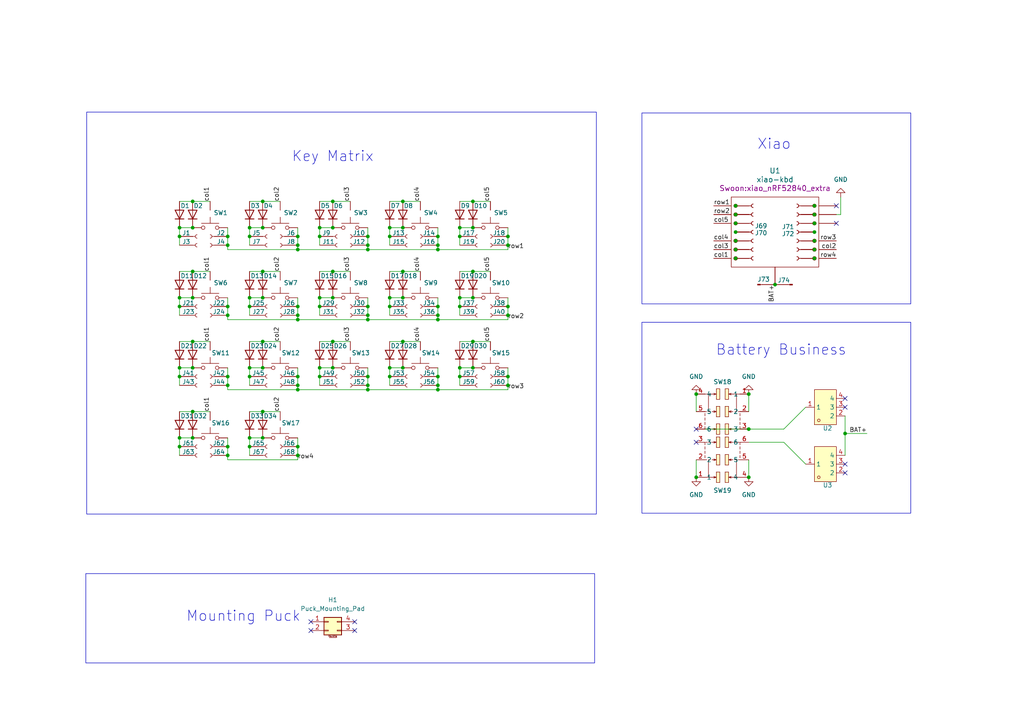
<source format=kicad_sch>
(kicad_sch (version 20231120) (generator "eeschema") (generator_version "8.0")
  (paper "A4")
  (title_block (title "Swoon") (date "2024-09-07") (rev "0.1") (company "Octule"))
  (junction (at 76.2 119.38))
  (junction (at 116.84 66.04))
  (junction (at 127 71.12))
  (junction (at 86.36 109.22))
  (junction (at 86.36 88.9))
  (junction (at 86.36 132.08))
  (junction (at 133.35 109.22))
  (junction (at 213.36 74.93))
  (junction (at 96.52 86.36))
  (junction (at 55.88 99.06))
  (junction (at 137.16 58.42))
  (junction (at 113.03 86.36))
  (junction (at 106.68 72.39))
  (junction (at 106.68 92.71))
  (junction (at 86.36 113.03))
  (junction (at 92.71 109.22))
  (junction (at 137.16 106.68))
  (junction (at 76.2 58.42))
  (junction (at 236.22 69.85))
  (junction (at 96.52 106.68))
  (junction (at 76.2 78.74))
  (junction (at 66.04 71.12))
  (junction (at 66.04 111.76))
  (junction (at 127 109.22))
  (junction (at 213.36 62.23))
  (junction (at 52.07 88.9))
  (junction (at 236.22 72.39))
  (junction (at 52.07 129.54))
  (junction (at 217.17 124.46))
  (junction (at 137.16 66.04))
  (junction (at 76.2 99.06))
  (junction (at 86.36 111.76))
  (junction (at 137.16 78.74))
  (junction (at 55.88 106.68))
  (junction (at 245.11 125.73))
  (junction (at 72.39 86.36))
  (junction (at 113.03 66.04))
  (junction (at 86.36 72.39))
  (junction (at 92.71 66.04))
  (junction (at 106.68 88.9))
  (junction (at 96.52 58.42))
  (junction (at 106.68 68.58))
  (junction (at 147.32 111.76))
  (junction (at 92.71 106.68))
  (junction (at 147.32 68.58))
  (junction (at 86.36 92.71))
  (junction (at 76.2 106.68))
  (junction (at 96.52 78.74))
  (junction (at 72.39 127))
  (junction (at 236.22 64.77))
  (junction (at 72.39 106.68))
  (junction (at 137.16 86.36))
  (junction (at 92.71 88.9))
  (junction (at 224.79 82.55))
  (junction (at 133.35 66.04))
  (junction (at 52.07 106.68))
  (junction (at 106.68 111.76))
  (junction (at 72.39 88.9))
  (junction (at 72.39 68.58))
  (junction (at 127 68.58))
  (junction (at 201.93 138.43))
  (junction (at 127 91.44))
  (junction (at 66.04 132.08))
  (junction (at 113.03 106.68))
  (junction (at 133.35 88.9))
  (junction (at 127 88.9))
  (junction (at 113.03 68.58))
  (junction (at 92.71 86.36))
  (junction (at 213.36 64.77))
  (junction (at 213.36 72.39))
  (junction (at 52.07 109.22))
  (junction (at 72.39 109.22))
  (junction (at 106.68 91.44))
  (junction (at 127 113.03))
  (junction (at 236.22 62.23))
  (junction (at 72.39 66.04))
  (junction (at 66.04 68.58))
  (junction (at 116.84 99.06))
  (junction (at 217.17 138.43))
  (junction (at 55.88 78.74))
  (junction (at 86.36 129.54))
  (junction (at 55.88 58.42))
  (junction (at 133.35 86.36))
  (junction (at 147.32 91.44))
  (junction (at 76.2 86.36))
  (junction (at 55.88 86.36))
  (junction (at 137.16 99.06))
  (junction (at 55.88 66.04))
  (junction (at 113.03 88.9))
  (junction (at 133.35 106.68))
  (junction (at 217.17 114.3))
  (junction (at 133.35 68.58))
  (junction (at 66.04 91.44))
  (junction (at 147.32 109.22))
  (junction (at 66.04 109.22))
  (junction (at 96.52 99.06))
  (junction (at 127 111.76))
  (junction (at 116.84 106.68))
  (junction (at 55.88 127))
  (junction (at 72.39 129.54))
  (junction (at 86.36 68.58))
  (junction (at 236.22 67.31))
  (junction (at 86.36 71.12))
  (junction (at 116.84 58.42))
  (junction (at 213.36 67.31))
  (junction (at 236.22 74.93))
  (junction (at 236.22 59.69))
  (junction (at 147.32 71.12))
  (junction (at 52.07 68.58))
  (junction (at 106.68 109.22))
  (junction (at 201.93 114.3))
  (junction (at 92.71 68.58))
  (junction (at 127 72.39))
  (junction (at 113.03 109.22))
  (junction (at 55.88 119.38))
  (junction (at 213.36 59.69))
  (junction (at 86.36 91.44))
  (junction (at 116.84 86.36))
  (junction (at 76.2 127))
  (junction (at 96.52 66.04))
  (junction (at 52.07 127))
  (junction (at 116.84 78.74))
  (junction (at 66.04 129.54))
  (junction (at 213.36 69.85))
  (junction (at 52.07 66.04))
  (junction (at 127 92.71))
  (junction (at 52.07 86.36))
  (junction (at 106.68 113.03))
  (junction (at 147.32 88.9))
  (junction (at 106.68 71.12))
  (junction (at 66.04 88.9))
  (junction (at 76.2 66.04))
  (no_connect (at 102.87 180.34))
  (no_connect (at 245.11 115.57))
  (no_connect (at 242.57 64.77))
  (no_connect (at 90.17 180.34))
  (no_connect (at 245.11 137.16))
  (no_connect (at 245.11 118.11))
  (no_connect (at 245.11 134.62))
  (no_connect (at 201.93 128.27))
  (no_connect (at 102.87 182.88))
  (no_connect (at 242.57 59.69))
  (no_connect (at 90.17 182.88))
  (no_connect (at 201.93 124.46))
  (wire (pts (xy 96.52 78.74) (xy 101.6 78.74)))
  (wire (pts (xy 133.35 106.68) (xy 133.35 109.22)))
  (wire (pts (xy 76.2 99.06) (xy 81.28 99.06)))
  (wire (pts (xy 106.68 86.36) (xy 106.68 88.9)))
  (wire (pts (xy 52.07 86.36) (xy 52.07 88.9)))
  (wire (pts (xy 86.36 92.71) (xy 106.68 92.71)))
  (wire (pts (xy 106.68 66.04) (xy 106.68 68.58)))
  (wire (pts (xy 106.68 88.9) (xy 106.68 91.44)))
  (wire (pts (xy 66.04 132.08) (xy 66.04 133.35)))
  (wire (pts (xy 133.35 66.04) (xy 133.35 68.58)))
  (wire (pts (xy 86.36 106.68) (xy 86.36 109.22)))
  (wire (pts (xy 92.71 68.58) (xy 92.71 71.12)))
  (wire (pts (xy 52.07 106.68) (xy 55.88 106.68)))
  (wire (pts (xy 217.17 128.27) (xy 227.33 128.27)))
  (wire (pts (xy 147.32 109.22) (xy 147.32 111.76)))
  (wire (pts (xy 147.32 111.76) (xy 147.32 113.03)))
  (wire (pts (xy 116.84 99.06) (xy 121.92 99.06)))
  (wire (pts (xy 66.04 72.39) (xy 86.36 72.39)))
  (wire (pts (xy 147.32 106.68) (xy 147.32 109.22)))
  (wire (pts (xy 127 72.39) (xy 147.32 72.39)))
  (wire (pts (xy 66.04 129.54) (xy 66.04 132.08)))
  (wire (pts (xy 72.39 99.06) (xy 76.2 99.06)))
  (wire (pts (xy 72.39 88.9) (xy 72.39 91.44)))
  (wire (pts (xy 52.07 66.04) (xy 55.88 66.04)))
  (wire (pts (xy 113.03 106.68) (xy 116.84 106.68)))
  (wire (pts (xy 127 86.36) (xy 127 88.9)))
  (wire (pts (xy 55.88 99.06) (xy 60.96 99.06)))
  (wire (pts (xy 76.2 58.42) (xy 81.28 58.42)))
  (wire (pts (xy 52.07 88.9) (xy 52.07 91.44)))
  (wire (pts (xy 92.71 88.9) (xy 92.71 91.44)))
  (wire (pts (xy 72.39 127) (xy 76.2 127)))
  (wire (pts (xy 227.33 128.27) (xy 233.68 134.62)))
  (wire (pts (xy 217.17 114.3) (xy 217.17 119.38)))
  (wire (pts (xy 243.84 57.15) (xy 243.84 62.23)))
  (wire (pts (xy 133.35 109.22) (xy 133.35 111.76)))
  (wire (pts (xy 116.84 58.42) (xy 121.92 58.42)))
  (wire (pts (xy 106.68 109.22) (xy 106.68 111.76)))
  (wire (pts (xy 86.36 91.44) (xy 86.36 92.71)))
  (wire (pts (xy 137.16 78.74) (xy 142.24 78.74)))
  (wire (pts (xy 66.04 68.58) (xy 66.04 71.12)))
  (wire (pts (xy 55.88 58.42) (xy 60.96 58.42)))
  (wire (pts (xy 66.04 71.12) (xy 66.04 72.39)))
  (wire (pts (xy 52.07 119.38) (xy 55.88 119.38)))
  (wire (pts (xy 72.39 86.36) (xy 72.39 88.9)))
  (wire (pts (xy 92.71 78.74) (xy 96.52 78.74)))
  (wire (pts (xy 217.17 133.35) (xy 217.17 138.43)))
  (wire (pts (xy 92.71 99.06) (xy 96.52 99.06)))
  (wire (pts (xy 251.46 125.73) (xy 245.11 125.73)))
  (wire (pts (xy 72.39 86.36) (xy 76.2 86.36)))
  (wire (pts (xy 96.52 99.06) (xy 101.6 99.06)))
  (wire (pts (xy 52.07 129.54) (xy 52.07 132.08)))
  (wire (pts (xy 52.07 127) (xy 52.07 129.54)))
  (wire (pts (xy 147.32 91.44) (xy 147.32 92.71)))
  (wire (pts (xy 86.36 129.54) (xy 86.36 132.08)))
  (wire (pts (xy 113.03 78.74) (xy 116.84 78.74)))
  (wire (pts (xy 201.93 114.3) (xy 201.93 119.38)))
  (wire (pts (xy 66.04 127) (xy 66.04 129.54)))
  (wire (pts (xy 133.35 86.36) (xy 133.35 88.9)))
  (wire (pts (xy 55.88 119.38) (xy 60.96 119.38)))
  (wire (pts (xy 116.84 78.74) (xy 121.92 78.74)))
  (wire (pts (xy 66.04 106.68) (xy 66.04 109.22)))
  (wire (pts (xy 133.35 106.68) (xy 137.16 106.68)))
  (wire (pts (xy 72.39 66.04) (xy 72.39 68.58)))
  (wire (pts (xy 52.07 66.04) (xy 52.07 68.58)))
  (wire (pts (xy 127 106.68) (xy 127 109.22)))
  (wire (pts (xy 52.07 58.42) (xy 55.88 58.42)))
  (wire (pts (xy 92.71 86.36) (xy 96.52 86.36)))
  (wire (pts (xy 127 92.71) (xy 147.32 92.71)))
  (wire (pts (xy 92.71 106.68) (xy 96.52 106.68)))
  (wire (pts (xy 66.04 91.44) (xy 66.04 92.71)))
  (wire (pts (xy 52.07 68.58) (xy 52.07 71.12)))
  (wire (pts (xy 86.36 109.22) (xy 86.36 111.76)))
  (wire (pts (xy 106.68 72.39) (xy 127 72.39)))
  (wire (pts (xy 66.04 111.76) (xy 66.04 113.03)))
  (wire (pts (xy 137.16 58.42) (xy 142.24 58.42)))
  (wire (pts (xy 243.84 62.23) (xy 242.57 62.23)))
  (wire (pts (xy 72.39 58.42) (xy 76.2 58.42)))
  (wire (pts (xy 127 111.76) (xy 127 113.03)))
  (wire (pts (xy 106.68 92.71) (xy 127 92.71)))
  (wire (pts (xy 113.03 68.58) (xy 113.03 71.12)))
  (wire (pts (xy 113.03 99.06) (xy 116.84 99.06)))
  (wire (pts (xy 72.39 119.38) (xy 76.2 119.38)))
  (wire (pts (xy 133.35 99.06) (xy 137.16 99.06)))
  (wire (pts (xy 113.03 66.04) (xy 113.03 68.58)))
  (wire (pts (xy 127 66.04) (xy 127 68.58)))
  (wire (pts (xy 147.32 86.36) (xy 147.32 88.9)))
  (wire (pts (xy 66.04 109.22) (xy 66.04 111.76)))
  (wire (pts (xy 106.68 106.68) (xy 106.68 109.22)))
  (wire (pts (xy 66.04 113.03) (xy 86.36 113.03)))
  (wire (pts (xy 92.71 109.22) (xy 92.71 111.76)))
  (wire (pts (xy 86.36 113.03) (xy 106.68 113.03)))
  (wire (pts (xy 72.39 127) (xy 72.39 129.54)))
  (wire (pts (xy 96.52 58.42) (xy 101.6 58.42)))
  (wire (pts (xy 147.32 88.9) (xy 147.32 91.44)))
  (wire (pts (xy 127 113.03) (xy 147.32 113.03)))
  (wire (pts (xy 52.07 106.68) (xy 52.07 109.22)))
  (wire (pts (xy 147.32 71.12) (xy 147.32 72.39)))
  (wire (pts (xy 72.39 106.68) (xy 76.2 106.68)))
  (wire (pts (xy 113.03 106.68) (xy 113.03 109.22)))
  (wire (pts (xy 133.35 58.42) (xy 137.16 58.42)))
  (wire (pts (xy 92.71 86.36) (xy 92.71 88.9)))
  (wire (pts (xy 72.39 129.54) (xy 72.39 132.08)))
  (wire (pts (xy 113.03 86.36) (xy 116.84 86.36)))
  (wire (pts (xy 133.35 68.58) (xy 133.35 71.12)))
  (wire (pts (xy 86.36 86.36) (xy 86.36 88.9)))
  (wire (pts (xy 52.07 99.06) (xy 55.88 99.06)))
  (wire (pts (xy 72.39 106.68) (xy 72.39 109.22)))
  (wire (pts (xy 66.04 86.36) (xy 66.04 88.9)))
  (wire (pts (xy 113.03 86.36) (xy 113.03 88.9)))
  (wire (pts (xy 52.07 86.36) (xy 55.88 86.36)))
  (wire (pts (xy 66.04 88.9) (xy 66.04 91.44)))
  (wire (pts (xy 72.39 68.58) (xy 72.39 71.12)))
  (wire (pts (xy 92.71 106.68) (xy 92.71 109.22)))
  (wire (pts (xy 245.11 125.73) (xy 245.11 132.08)))
  (wire (pts (xy 86.36 127) (xy 86.36 129.54)))
  (wire (pts (xy 52.07 127) (xy 55.88 127)))
  (wire (pts (xy 127 109.22) (xy 127 111.76)))
  (wire (pts (xy 217.17 124.46) (xy 204.47 124.46)))
  (wire (pts (xy 86.36 68.58) (xy 86.36 71.12)))
  (wire (pts (xy 72.39 78.74) (xy 76.2 78.74)))
  (wire (pts (xy 133.35 86.36) (xy 137.16 86.36)))
  (wire (pts (xy 127 68.58) (xy 127 71.12)))
  (wire (pts (xy 127 91.44) (xy 127 92.71)))
  (wire (pts (xy 86.36 72.39) (xy 106.68 72.39)))
  (wire (pts (xy 72.39 66.04) (xy 76.2 66.04)))
  (wire (pts (xy 106.68 71.12) (xy 106.68 72.39)))
  (wire (pts (xy 86.36 88.9) (xy 86.36 91.44)))
  (wire (pts (xy 113.03 88.9) (xy 113.03 91.44)))
  (wire (pts (xy 86.36 66.04) (xy 86.36 68.58)))
  (wire (pts (xy 66.04 66.04) (xy 66.04 68.58)))
  (wire (pts (xy 217.17 124.46) (xy 227.33 124.46)))
  (wire (pts (xy 106.68 113.03) (xy 127 113.03)))
  (wire (pts (xy 106.68 91.44) (xy 106.68 92.71)))
  (wire (pts (xy 92.71 66.04) (xy 92.71 68.58)))
  (wire (pts (xy 52.07 109.22) (xy 52.07 111.76)))
  (wire (pts (xy 66.04 92.71) (xy 86.36 92.71)))
  (wire (pts (xy 245.11 120.65) (xy 245.11 125.73)))
  (wire (pts (xy 113.03 109.22) (xy 113.03 111.76)))
  (wire (pts (xy 86.36 71.12) (xy 86.36 72.39)))
  (wire (pts (xy 76.2 119.38) (xy 81.28 119.38)))
  (wire (pts (xy 86.36 111.76) (xy 86.36 113.03)))
  (wire (pts (xy 127 71.12) (xy 127 72.39)))
  (wire (pts (xy 133.35 66.04) (xy 137.16 66.04)))
  (wire (pts (xy 86.36 132.08) (xy 86.36 133.35)))
  (wire (pts (xy 201.93 133.35) (xy 201.93 138.43)))
  (wire (pts (xy 55.88 78.74) (xy 60.96 78.74)))
  (wire (pts (xy 133.35 88.9) (xy 133.35 91.44)))
  (wire (pts (xy 92.71 66.04) (xy 96.52 66.04)))
  (wire (pts (xy 76.2 78.74) (xy 81.28 78.74)))
  (wire (pts (xy 133.35 78.74) (xy 137.16 78.74)))
  (wire (pts (xy 106.68 111.76) (xy 106.68 113.03)))
  (wire (pts (xy 127 88.9) (xy 127 91.44)))
  (wire (pts (xy 147.32 68.58) (xy 147.32 71.12)))
  (wire (pts (xy 113.03 58.42) (xy 116.84 58.42)))
  (wire (pts (xy 66.04 133.35) (xy 86.36 133.35)))
  (wire (pts (xy 92.71 58.42) (xy 96.52 58.42)))
  (wire (pts (xy 113.03 66.04) (xy 116.84 66.04)))
  (wire (pts (xy 52.07 78.74) (xy 55.88 78.74)))
  (wire (pts (xy 72.39 109.22) (xy 72.39 111.76)))
  (wire (pts (xy 106.68 68.58) (xy 106.68 71.12)))
  (wire (pts (xy 147.32 66.04) (xy 147.32 68.58)))
  (wire (pts (xy 227.33 124.46) (xy 233.68 118.11)))
  (wire (pts (xy 137.16 99.06) (xy 142.24 99.06)))
  (rectangle (start 186.182 93.472) (end 264.16 148.844))
  (rectangle (start 24.892 166.37) (end 172.466 192.278))
  (rectangle (start 186.182 32.766) (end 264.16 88.138))
  (rectangle (start 25.146 32.512) (end 172.974 149.098))
  (text "Mounting Puck\n" (at 70.612 178.816 0) (effects (font (size 2.9972 2.9972))))
  (text "Battery Business" (at 226.568 101.6 0) (effects (font (size 2.9972 2.9972))))
  (text "Key Matrix" (at 96.52 45.466 0) (effects (font (size 2.9972 2.9972))))
  (text "Xiao" (at 224.536 41.91 0) (effects (font (size 2.9972 2.9972))))
  (label "col5" (at 142.24 99.06 90))
  (label "col3" (at 101.6 58.42 90))
  (label "col5" (at 207.01 64.77 0))
  (label "row2" (at 207.01 62.23 0))
  (label "col1" (at 60.96 58.42 90))
  (label "col1" (at 60.96 78.74 90))
  (label "row2" (at 147.32 92.71 0))
  (label "col4" (at 121.92 99.06 90))
  (label "row1" (at 207.01 59.69 0))
  (label "col5" (at 142.24 58.42 90))
  (label "row3" (at 242.57 69.85 180))
  (label "col2" (at 81.28 119.38 90))
  (label "col1" (at 60.96 99.06 90))
  (label "col3" (at 207.01 72.39 0))
  (label "col1" (at 60.96 119.38 90))
  (label "col1" (at 207.01 74.93 0))
  (label "col4" (at 207.01 69.85 0))
  (label "col3" (at 101.6 78.74 90))
  (label "col2" (at 81.28 58.42 90))
  (label "row3" (at 147.32 113.03 0))
  (label "col2" (at 81.28 78.74 90))
  (label "row1" (at 147.32 72.39 0))
  (label "col2" (at 81.28 99.06 90))
  (label "col4" (at 121.92 58.42 90))
  (label "col2" (at 242.57 72.39 180))
  (label "BAT+" (at 224.79 82.55 270))
  (label "row4" (at 86.36 133.35 0))
  (label "col4" (at 121.92 78.74 90))
  (label "col3" (at 101.6 99.06 90))
  (label "col5" (at 142.24 78.74 90))
  (label "row4" (at 242.57 74.93 180))
  (label "BAT+" (at 251.46 125.73 180))
  (symbol (lib_id "Swoon:Conn_01x01_Socket") (at 121.92 91.44 0) (mirror y) (unit 1)
    (property "Reference" "J36" (at 126.238 90.424 0) (effects (justify left)))
    (property "Value" "3305-0-15-80-47-27-10-0" (effects (hide yes)))
    (property "Footprint" "Swoon:TestPoint_Pad_Empty" (effects (hide yes)))
    (property "Datasheet" "https://www.mill-max.com/products/datasheet/pinsrecs/3305-0-15-80-47-27-10-0" (effects (hide yes)))
    (property "Description" "Generic connector, single row, 01x01, script generated" (effects (hide yes)))
    (property "LCSC" "C17370797" (effects (hide yes)))
    (property "Config" "+right" (effects (hide yes)))
    (property "MPN" "3305-0-15-80-47-27-10-0" (effects (hide yes)))
    (property "left:Footprint" "Swoon:TestPoint_Pad_Empty" (effects (hide yes)))
    (property "right:Footprint" "Swoon:3305-0-15-80-47-27-10-0" (effects (hide yes)))
  )
  (symbol (lib_id "Swoon:SW_Push") (at 60.96 125.73 0) (mirror y) (unit 1) (in_bom no)
    (property "Reference" "SW16" (at 64.008 122.682 0))
    (property "Value" "SW_Push" (effects (hide yes)))
    (property "Footprint" "Swoon:SW_PG1350_vias" (effects (hide yes)))
    (property "Datasheet" "https://www.lcsc.com/datasheet/lcsc_datasheet_1912111437_Kailh-CPG135001D01_C400229.pdf" (effects (hide yes)))
    (property "left:Footprint" "Swoon:SW_PG1350_vias" (effects (hide yes)))
    (property "right:Footprint" "Swoon:SW_PG1350_vias" (effects (hide yes)))
  )
  (symbol (lib_id "Swoon:SW_Push") (at 81.28 105.41 0) (mirror y) (unit 1) (in_bom no)
    (property "Reference" "SW12" (at 84.328 102.362 0))
    (property "Value" "SW_Push" (effects (hide yes)))
    (property "Footprint" "Swoon:SW_PG1350_vias" (effects (hide yes)))
    (property "Datasheet" "https://www.lcsc.com/datasheet/lcsc_datasheet_1912111437_Kailh-CPG135001D01_C400229.pdf" (effects (hide yes)))
    (property "left:Footprint" "Swoon:SW_PG1350_vias" (effects (hide yes)))
    (property "right:Footprint" "Swoon:SW_PG1350_vias" (effects (hide yes)))
  )
  (symbol (lib_id "Swoon:Conn_01x01_Socket") (at 121.92 88.9 0) (mirror y) (unit 1)
    (property "Reference" "J34" (at 126.238 87.884 0) (effects (justify left)))
    (property "Value" "3305-0-15-80-47-27-10-0" (effects (hide yes)))
    (property "Footprint" "Swoon:TestPoint_Pad_Empty" (effects (hide yes)))
    (property "Datasheet" "https://www.mill-max.com/products/datasheet/pinsrecs/3305-0-15-80-47-27-10-0" (effects (hide yes)))
    (property "Description" "Generic connector, single row, 01x01, script generated" (effects (hide yes)))
    (property "LCSC" "C17370797" (effects (hide yes)))
    (property "Config" "+left" (effects (hide yes)))
    (property "MPN" "3305-0-15-80-47-27-10-0" (effects (hide yes)))
    (property "left:Footprint" "Swoon:3305-0-15-80-47-27-10-0" (effects (hide yes)))
    (property "right:Footprint" "Swoon:TestPoint_Pad_Empty" (effects (hide yes)))
  )
  (symbol (lib_name "Conn_01x07_Socket_1") (lib_id "Connector:Conn_01x07_Socket") (at 218.44 67.31 0) (unit 1)
    (property "Reference" "J70" (at 218.948 67.564 0) (effects (justify left)))
    (property "Value" "310-13-107-41-001000" (effects (hide yes)))
    (property "Footprint" "Swoon:MF254V-11-07-0743" (effects (hide yes)))
    (property "Datasheet" "https://www.mill-max.com/products/datasheet/sockets/310-13-107-41-001000" (effects (hide yes)))
    (property "Description" "Generic connector, single row, 01x07, script generated" (effects (hide yes)))
    (property "LCSC" "C5504401" (effects (hide yes)))
    (property "Config" "+right" (effects (hide yes)))
    (property "MPN" "310-13-107-41-001000" (effects (hide yes)))
    (property "left:Footprint" "Swoon:MF254V-11-07-0743" (effects (hide yes)))
    (property "right:Footprint" "Swoon:MF254V-11-07-0743" (effects (hide yes)))
  )
  (symbol (lib_id "Connector:TestPoint_Small") (at 236.22 69.85 90) (unit 1)
    (property "Reference" "TP13" (effects (hide yes)))
    (property "Value" "TestPoint_Small" (effects (hide yes)))
    (property "Footprint" "Swoon:TestPoint_Pad_Empty" (effects (hide yes)))
    (property "Description" "test point" (effects (hide yes)))
    (property "Config" "+left" (effects (hide yes)))
    (property "left:Footprint" "TestPoint:TestPoint_Pad_1.0x1.0mm" (effects (hide yes)))
    (property "right:Footprint" "Swoon:TestPoint_Pad_Empty" (effects (hide yes)))
  )
  (symbol (lib_id "Swoon:SW_Push") (at 121.92 85.09 0) (mirror y) (unit 1) (in_bom no)
    (property "Reference" "SW9" (at 124.968 82.042 0))
    (property "Value" "SW_Push" (effects (hide yes)))
    (property "Footprint" "Swoon:SW_PG1350_vias" (effects (hide yes)))
    (property "Datasheet" "https://www.lcsc.com/datasheet/lcsc_datasheet_1912111437_Kailh-CPG135001D01_C400229.pdf" (effects (hide yes)))
    (property "left:Footprint" "Swoon:SW_PG1350_vias" (effects (hide yes)))
    (property "right:Footprint" "Swoon:SW_PG1350_vias" (effects (hide yes)))
  )
  (symbol (lib_id "Connector:TestPoint_Small") (at 213.36 69.85 90) (unit 1)
    (property "Reference" "TP7" (effects (hide yes)))
    (property "Value" "TestPoint_Small" (effects (hide yes)))
    (property "Footprint" "Swoon:TestPoint_Pad_Empty" (effects (hide yes)))
    (property "Description" "test point" (effects (hide yes)))
    (property "Config" "+left" (effects (hide yes)))
    (property "left:Footprint" "TestPoint:TestPoint_Pad_1.0x1.0mm" (effects (hide yes)))
    (property "right:Footprint" "Swoon:TestPoint_Pad_Empty" (effects (hide yes)))
  )
  (symbol (lib_id "Connector:TestPoint_Small") (at 213.36 64.77 90) (unit 1)
    (property "Reference" "TP5" (effects (hide yes)))
    (property "Value" "TestPoint_Small" (effects (hide yes)))
    (property "Footprint" "Swoon:TestPoint_Pad_Empty" (effects (hide yes)))
    (property "Description" "test point" (effects (hide yes)))
    (property "Config" "+left" (effects (hide yes)))
    (property "left:Footprint" "TestPoint:TestPoint_Pad_1.0x1.0mm" (effects (hide yes)))
    (property "right:Footprint" "Swoon:TestPoint_Pad_Empty" (effects (hide yes)))
  )
  (symbol (lib_id "Swoon:Conn_01x01_Socket") (at 77.47 132.08 0) (unit 1)
    (property "Reference" "J67" (at 73.152 131.064 0) (effects (justify left)))
    (property "Value" "3305-0-15-80-47-27-10-0" (effects (hide yes)))
    (property "Footprint" "Swoon:TestPoint_Pad_Empty" (effects (hide yes)))
    (property "Datasheet" "https://www.mill-max.com/products/datasheet/pinsrecs/3305-0-15-80-47-27-10-0" (effects (hide yes)))
    (property "Description" "Generic connector, single row, 01x01, script generated" (effects (hide yes)))
    (property "LCSC" "C17370797" (effects (hide yes)))
    (property "Config" "+right" (effects (hide yes)))
    (property "MPN" "3305-0-15-80-47-27-10-0" (effects (hide yes)))
    (property "left:Footprint" "Swoon:TestPoint_Pad_Empty" (effects (hide yes)))
    (property "right:Footprint" "Swoon:3305-0-15-80-47-27-10-0" (effects (hide yes)))
  )
  (symbol (lib_name "CD4148W_22") (lib_id "Diode:CD4148W") (at 137.16 82.55 90) (unit 1)
    (property "Reference" "D20" (at 137.414 80.01 90) (effects (justify right)))
    (property "Value" "CD4148WS" (effects (hide yes)))
    (property "Footprint" "Swoon:D_0805_2012Metric" (effects (hide yes)))
    (property "Description" "75V 0.15A Switching Diode, 0805" (effects (hide yes)))
    (property "Sim.Device" "D" (effects (hide yes)))
    (property "Sim.Pins" "1=K 2=A" (effects (hide yes)))
    (property "LCSC" "C38587762" (effects (hide yes)))
    (property "Config" "+right,+flip" (effects (hide yes)))
    (property "MPN" "CD4148WS(0805C)" (effects (hide yes)))
    (property "left:Footprint" "Swoon:D_0805_2012Metric" (effects (hide yes)))
    (property "right:Footprint" "Swoon:D_0805_2012Metric" (effects (hide yes)))
  )
  (symbol (lib_id "Swoon:Conn_01x01_Socket") (at 57.15 71.12 0) (unit 1)
    (property "Reference" "J3" (at 52.832 70.104 0) (effects (justify left)))
    (property "Value" "3305-0-15-80-47-27-10-0" (effects (hide yes)))
    (property "Footprint" "Swoon:TestPoint_Pad_Empty" (effects (hide yes)))
    (property "Datasheet" "https://www.mill-max.com/products/datasheet/pinsrecs/3305-0-15-80-47-27-10-0" (effects (hide yes)))
    (property "Description" "Generic connector, single row, 01x01, script generated" (effects (hide yes)))
    (property "LCSC" "C17370797" (effects (hide yes)))
    (property "Config" "+right" (effects (hide yes)))
    (property "MPN" "3305-0-15-80-47-27-10-0" (effects (hide yes)))
    (property "left:Footprint" "Swoon:TestPoint_Pad_Empty" (effects (hide yes)))
    (property "right:Footprint" "Swoon:3305-0-15-80-47-27-10-0" (effects (hide yes)))
  )
  (symbol (lib_name "CD4148W_23") (lib_id "Diode:CD4148W") (at 72.39 123.19 90) (unit 1)
    (property "Reference" "D33" (at 72.644 120.65 90) (effects (justify right)))
    (property "Value" "CD4148WS" (effects (hide yes)))
    (property "Footprint" "Swoon:D_0805_2012Metric" (effects (hide yes)))
    (property "Description" "75V 0.15A Switching Diode, 0805" (effects (hide yes)))
    (property "Sim.Device" "D" (effects (hide yes)))
    (property "Sim.Pins" "1=K 2=A" (effects (hide yes)))
    (property "LCSC" "C38587762" (effects (hide yes)))
    (property "Config" "+left,+flip" (effects (hide yes)))
    (property "MPN" "CD4148WS(0805C)" (effects (hide yes)))
    (property "left:Footprint" "Swoon:D_0805_2012Metric" (effects (hide yes)))
    (property "right:Footprint" "Swoon:D_0805_2012Metric" (effects (hide yes)))
  )
  (symbol (lib_name "CD4148W_24") (lib_id "Diode:CD4148W") (at 92.71 82.55 90) (unit 1)
    (property "Reference" "D15" (at 92.964 80.01 90) (effects (justify right)))
    (property "Value" "CD4148WS" (effects (hide yes)))
    (property "Footprint" "Swoon:D_0805_2012Metric" (effects (hide yes)))
    (property "Description" "75V 0.15A Switching Diode, 0805" (effects (hide yes)))
    (property "Sim.Device" "D" (effects (hide yes)))
    (property "Sim.Pins" "1=K 2=A" (effects (hide yes)))
    (property "LCSC" "C38587762" (effects (hide yes)))
    (property "Config" "+left,+flip" (effects (hide yes)))
    (property "MPN" "CD4148WS(0805C)" (effects (hide yes)))
    (property "left:Footprint" "Swoon:D_0805_2012Metric" (effects (hide yes)))
    (property "right:Footprint" "Swoon:D_0805_2012Metric" (effects (hide yes)))
  )
  (symbol (lib_name "CD4148W_25") (lib_id "Diode:CD4148W") (at 137.16 102.87 90) (unit 1)
    (property "Reference" "D30" (at 137.414 100.33 90) (effects (justify right)))
    (property "Value" "CD4148WS" (effects (hide yes)))
    (property "Footprint" "Swoon:D_0805_2012Metric" (effects (hide yes)))
    (property "Description" "75V 0.15A Switching Diode, 0805" (effects (hide yes)))
    (property "Sim.Device" "D" (effects (hide yes)))
    (property "Sim.Pins" "1=K 2=A" (effects (hide yes)))
    (property "LCSC" "C38587762" (effects (hide yes)))
    (property "Config" "+right,+flip" (effects (hide yes)))
    (property "MPN" "CD4148WS(0805C)" (effects (hide yes)))
    (property "left:Footprint" "Swoon:D_0805_2012Metric" (effects (hide yes)))
    (property "right:Footprint" "Swoon:D_0805_2012Metric" (effects (hide yes)))
  )
  (symbol (lib_id "Swoon:Conn_01x01_Socket") (at 101.6 88.9 0) (mirror y) (unit 1)
    (property "Reference" "J30" (at 105.918 87.884 0) (effects (justify left)))
    (property "Value" "3305-0-15-80-47-27-10-0" (effects (hide yes)))
    (property "Footprint" "Swoon:TestPoint_Pad_Empty" (effects (hide yes)))
    (property "Datasheet" "https://www.mill-max.com/products/datasheet/pinsrecs/3305-0-15-80-47-27-10-0" (effects (hide yes)))
    (property "Description" "Generic connector, single row, 01x01, script generated" (effects (hide yes)))
    (property "LCSC" "C17370797" (effects (hide yes)))
    (property "Config" "+left" (effects (hide yes)))
    (property "MPN" "3305-0-15-80-47-27-10-0" (effects (hide yes)))
    (property "left:Footprint" "Swoon:3305-0-15-80-47-27-10-0" (effects (hide yes)))
    (property "right:Footprint" "Swoon:TestPoint_Pad_Empty" (effects (hide yes)))
  )
  (symbol (lib_id "Swoon:Conn_01x01_Socket") (at 81.28 88.9 0) (mirror y) (unit 1)
    (property "Reference" "J26" (at 85.598 87.884 0) (effects (justify left)))
    (property "Value" "3305-0-15-80-47-27-10-0" (effects (hide yes)))
    (property "Footprint" "Swoon:TestPoint_Pad_Empty" (effects (hide yes)))
    (property "Datasheet" "https://www.mill-max.com/products/datasheet/pinsrecs/3305-0-15-80-47-27-10-0" (effects (hide yes)))
    (property "Description" "Generic connector, single row, 01x01, script generated" (effects (hide yes)))
    (property "LCSC" "C17370797" (effects (hide yes)))
    (property "Config" "+left" (effects (hide yes)))
    (property "MPN" "3305-0-15-80-47-27-10-0" (effects (hide yes)))
    (property "left:Footprint" "Swoon:3305-0-15-80-47-27-10-0" (effects (hide yes)))
    (property "right:Footprint" "Swoon:TestPoint_Pad_Empty" (effects (hide yes)))
  )
  (symbol (lib_id "Swoon:MY-LR44-02") (at 240.03 118.11 0) (mirror x) (unit 1)
    (property "Reference" "U2" (at 240.03 124.206 0))
    (property "Value" "MY-LR44-02" (effects (hide yes)))
    (property "Footprint" "Swoon:BAT-SMD_MY-LR44-02" (effects (hide yes)))
    (property "Datasheet" "https://wmsc.lcsc.com/wmsc/upload/file/pdf/v2/lcsc/2111120930_MYOUNG-MY-LR44-02_C2902345.pdf" (effects (hide yes)))
    (property "LCSC" "C2902345" (effects (hide yes)))
    (property "Config" "+left,+flip" (effects (hide yes)))
    (property "MPN" "MY-LR44-02" (effects (hide yes)))
    (property "left:Footprint" "Swoon:BAT-SMD_MY-LR44-02" (effects (hide yes)))
    (property "right:Footprint" "Swoon:BAT-SMD_MY-LR44-02" (effects (hide yes)))
  )
  (symbol (lib_id "Connector:TestPoint_Small") (at 236.22 62.23 90) (unit 1)
    (property "Reference" "TP19" (effects (hide yes)))
    (property "Value" "TestPoint_Small" (effects (hide yes)))
    (property "Footprint" "Swoon:TestPoint_Pad_Empty" (effects (hide yes)))
    (property "Description" "test point" (effects (hide yes)))
    (property "Config" "+left" (effects (hide yes)))
    (property "left:Footprint" "TestPoint:TestPoint_Pad_1.0x1.0mm" (effects (hide yes)))
    (property "right:Footprint" "Swoon:TestPoint_Pad_Empty" (effects (hide yes)))
  )
  (symbol (lib_name "Conn_01x01_Pin_1") (lib_id "Connector:Conn_01x01_Pin") (at 229.87 82.55 0) (mirror y) (unit 1)
    (property "Reference" "J74" (at 227.33 81.28 0))
    (property "Value" "Mill Max 0906-2-15-20-75-14-11-0" (effects (hide yes)))
    (property "Footprint" "Swoon:TestPoint_Pad_Empty" (effects (hide yes)))
    (property "Datasheet" "https://www.mill-max.com/products/datasheet/pinsrecs/0906-2-15-20-75-14-11-0" (effects (hide yes)))
    (property "Description" "Generic connector, single row, 01x01, script generated" (effects (hide yes)))
    (property "LCSC" "C5261048" (effects (hide yes)))
    (property "Config" "+right" (effects (hide yes)))
    (property "MPN" "0906-2-15-20-75-14-11-0" (effects (hide yes)))
    (property "left:Footprint" "Swoon:TestPoint_Pad_Empty" (effects (hide yes)))
    (property "right:Footprint" "Swoon:0906-2-15-20-75-14-11-0" (effects (hide yes)))
  )
  (symbol (lib_id "Swoon:Conn_01x01_Socket") (at 60.96 132.08 0) (mirror y) (unit 1)
    (property "Reference" "J64" (at 65.278 131.064 0) (effects (justify left)))
    (property "Value" "3305-0-15-80-47-27-10-0" (effects (hide yes)))
    (property "Footprint" "Swoon:TestPoint_Pad_Empty" (effects (hide yes)))
    (property "Datasheet" "https://www.mill-max.com/products/datasheet/pinsrecs/3305-0-15-80-47-27-10-0" (effects (hide yes)))
    (property "Description" "Generic connector, single row, 01x01, script generated" (effects (hide yes)))
    (property "LCSC" "C17370797" (effects (hide yes)))
    (property "Config" "+right" (effects (hide yes)))
    (property "MPN" "3305-0-15-80-47-27-10-0" (effects (hide yes)))
    (property "left:Footprint" "Swoon:TestPoint_Pad_Empty" (effects (hide yes)))
    (property "right:Footprint" "Swoon:3305-0-15-80-47-27-10-0" (effects (hide yes)))
  )
  (symbol (lib_id "Diode:CD4148W") (at 52.07 62.23 90) (unit 1)
    (property "Reference" "D1" (at 52.324 59.69 90) (effects (justify right)))
    (property "Value" "CD4148WS" (effects (hide yes)))
    (property "Footprint" "Swoon:D_0805_2012Metric" (effects (hide yes)))
    (property "Description" "75V 0.15A Switching Diode, 0805" (effects (hide yes)))
    (property "Sim.Device" "D" (effects (hide yes)))
    (property "Sim.Pins" "1=K 2=A" (effects (hide yes)))
    (property "LCSC" "C38587762" (effects (hide yes)))
    (property "Config" "+left,+flip" (effects (hide yes)))
    (property "MPN" "CD4148WS(0805C)" (effects (hide yes)))
    (property "left:Footprint" "Swoon:D_0805_2012Metric" (effects (hide yes)))
    (property "right:Footprint" "Swoon:D_0805_2012Metric" (effects (hide yes)))
  )
  (symbol (lib_id "Swoon:Conn_01x01_Socket") (at 118.11 88.9 0) (unit 1)
    (property "Reference" "J33" (at 113.792 87.884 0) (effects (justify left)))
    (property "Value" "3305-0-15-80-47-27-10-0" (effects (hide yes)))
    (property "Footprint" "Swoon:TestPoint_Pad_Empty" (effects (hide yes)))
    (property "Datasheet" "https://www.mill-max.com/products/datasheet/pinsrecs/3305-0-15-80-47-27-10-0" (effects (hide yes)))
    (property "Description" "Generic connector, single row, 01x01, script generated" (effects (hide yes)))
    (property "LCSC" "C17370797" (effects (hide yes)))
    (property "Config" "+left" (effects (hide yes)))
    (property "MPN" "3305-0-15-80-47-27-10-0" (effects (hide yes)))
    (property "left:Footprint" "Swoon:3305-0-15-80-47-27-10-0" (effects (hide yes)))
    (property "right:Footprint" "Swoon:TestPoint_Pad_Empty" (effects (hide yes)))
  )
  (symbol (lib_id "Swoon:SW_Push") (at 81.28 125.73 0) (mirror y) (unit 1) (in_bom no)
    (property "Reference" "SW17" (at 84.328 122.682 0))
    (property "Value" "SW_Push" (effects (hide yes)))
    (property "Footprint" "Swoon:SW_PG1350_vias" (effects (hide yes)))
    (property "Datasheet" "https://www.lcsc.com/datasheet/lcsc_datasheet_1912111437_Kailh-CPG135001D01_C400229.pdf" (effects (hide yes)))
    (property "left:Footprint" "Swoon:SW_PG1350_vias" (effects (hide yes)))
    (property "right:Footprint" "Swoon:SW_PG1350_vias" (effects (hide yes)))
  )
  (symbol (lib_name "CD4148W_26") (lib_id "Diode:CD4148W") (at 76.2 102.87 90) (unit 1)
    (property "Reference" "D24" (at 76.454 100.33 90) (effects (justify right)))
    (property "Value" "CD4148WS" (effects (hide yes)))
    (property "Footprint" "Swoon:D_0805_2012Metric" (effects (hide yes)))
    (property "Description" "75V 0.15A Switching Diode, 0805" (effects (hide yes)))
    (property "Sim.Device" "D" (effects (hide yes)))
    (property "Sim.Pins" "1=K 2=A" (effects (hide yes)))
    (property "LCSC" "C38587762" (effects (hide yes)))
    (property "Config" "+right,+flip" (effects (hide yes)))
    (property "MPN" "CD4148WS(0805C)" (effects (hide yes)))
    (property "left:Footprint" "Swoon:D_0805_2012Metric" (effects (hide yes)))
    (property "right:Footprint" "Swoon:D_0805_2012Metric" (effects (hide yes)))
  )
  (symbol (lib_id "Swoon:SW_Push") (at 142.24 85.09 0) (mirror y) (unit 1) (in_bom no)
    (property "Reference" "SW10" (at 145.288 82.042 0))
    (property "Value" "SW_Push" (effects (hide yes)))
    (property "Footprint" "Swoon:SW_PG1350_vias" (effects (hide yes)))
    (property "Datasheet" "https://www.lcsc.com/datasheet/lcsc_datasheet_1912111437_Kailh-CPG135001D01_C400229.pdf" (effects (hide yes)))
    (property "left:Footprint" "Swoon:SW_PG1350_vias" (effects (hide yes)))
    (property "right:Footprint" "Swoon:SW_PG1350_vias" (effects (hide yes)))
  )
  (symbol (lib_name "CD4148W_27") (lib_id "Diode:CD4148W") (at 55.88 123.19 90) (unit 1)
    (property "Reference" "D32" (at 56.134 120.65 90) (effects (justify right)))
    (property "Value" "CD4148WS" (effects (hide yes)))
    (property "Footprint" "Swoon:D_0805_2012Metric" (effects (hide yes)))
    (property "Description" "75V 0.15A Switching Diode, 0805" (effects (hide yes)))
    (property "Sim.Device" "D" (effects (hide yes)))
    (property "Sim.Pins" "1=K 2=A" (effects (hide yes)))
    (property "LCSC" "C38587762" (effects (hide yes)))
    (property "Config" "+right,+flip" (effects (hide yes)))
    (property "MPN" "CD4148WS(0805C)" (effects (hide yes)))
    (property "left:Footprint" "Swoon:D_0805_2012Metric" (effects (hide yes)))
    (property "right:Footprint" "Swoon:D_0805_2012Metric" (effects (hide yes)))
  )
  (symbol (lib_id "Swoon:Conn_01x01_Socket") (at 138.43 71.12 0) (unit 1)
    (property "Reference" "J19" (at 134.112 70.104 0) (effects (justify left)))
    (property "Value" "3305-0-15-80-47-27-10-0" (effects (hide yes)))
    (property "Footprint" "Swoon:TestPoint_Pad_Empty" (effects (hide yes)))
    (property "Datasheet" "https://www.mill-max.com/products/datasheet/pinsrecs/3305-0-15-80-47-27-10-0" (effects (hide yes)))
    (property "Description" "Generic connector, single row, 01x01, script generated" (effects (hide yes)))
    (property "LCSC" "C17370797" (effects (hide yes)))
    (property "Config" "+right" (effects (hide yes)))
    (property "MPN" "3305-0-15-80-47-27-10-0" (effects (hide yes)))
    (property "left:Footprint" "Swoon:TestPoint_Pad_Empty" (effects (hide yes)))
    (property "right:Footprint" "Swoon:3305-0-15-80-47-27-10-0" (effects (hide yes)))
  )
  (symbol (lib_id "Connector:Conn_01x07_Socket") (at 231.14 67.31 0) (mirror y) (unit 1)
    (property "Reference" "J71" (at 230.378 65.786 0) (effects (justify left)))
    (property "Value" "310-13-107-41-001000" (effects (hide yes)))
    (property "Footprint" "Swoon:MF254V-11-07-0743" (effects (hide yes)))
    (property "Datasheet" "https://www.mill-max.com/products/datasheet/sockets/310-13-107-41-001000" (effects (hide yes)))
    (property "Description" "Generic connector, single row, 01x07, script generated" (effects (hide yes)))
    (property "LCSC" "C5504401" (effects (hide yes)))
    (property "Config" "+left" (effects (hide yes)))
    (property "MPN" "310-13-107-41-001000" (effects (hide yes)))
    (property "left:Footprint" "Swoon:MF254V-11-07-0743" (effects (hide yes)))
    (property "right:Footprint" "Swoon:MF254V-11-07-0743" (effects (hide yes)))
  )
  (symbol (lib_id "Connector:TestPoint_Small") (at 236.22 72.39 90) (unit 1)
    (property "Reference" "TP15" (effects (hide yes)))
    (property "Value" "TestPoint_Small" (effects (hide yes)))
    (property "Footprint" "Swoon:TestPoint_Pad_Empty" (effects (hide yes)))
    (property "Description" "test point" (effects (hide yes)))
    (property "Config" "+left" (effects (hide yes)))
    (property "left:Footprint" "TestPoint:TestPoint_Pad_1.0x1.0mm" (effects (hide yes)))
    (property "right:Footprint" "Swoon:TestPoint_Pad_Empty" (effects (hide yes)))
  )
  (symbol (lib_id "Swoon:Conn_01x01_Socket") (at 142.24 68.58 0) (mirror y) (unit 1)
    (property "Reference" "J18" (at 146.558 67.564 0) (effects (justify left)))
    (property "Value" "3305-0-15-80-47-27-10-0" (effects (hide yes)))
    (property "Footprint" "Swoon:TestPoint_Pad_Empty" (effects (hide yes)))
    (property "Datasheet" "https://www.mill-max.com/products/datasheet/pinsrecs/3305-0-15-80-47-27-10-0" (effects (hide yes)))
    (property "Description" "Generic connector, single row, 01x01, script generated" (effects (hide yes)))
    (property "LCSC" "C17370797" (effects (hide yes)))
    (property "Config" "+left" (effects (hide yes)))
    (property "MPN" "3305-0-15-80-47-27-10-0" (effects (hide yes)))
    (property "left:Footprint" "Swoon:3305-0-15-80-47-27-10-0" (effects (hide yes)))
    (property "right:Footprint" "Swoon:TestPoint_Pad_Empty" (effects (hide yes)))
  )
  (symbol (lib_id "Swoon:SW_Push") (at 142.24 64.77 0) (mirror y) (unit 1) (in_bom no)
    (property "Reference" "SW5" (at 145.288 61.722 0))
    (property "Value" "SW_Push" (effects (hide yes)))
    (property "Footprint" "Swoon:SW_PG1350_vias" (effects (hide yes)))
    (property "Datasheet" "https://www.lcsc.com/datasheet/lcsc_datasheet_1912111437_Kailh-CPG135001D01_C400229.pdf" (effects (hide yes)))
    (property "left:Footprint" "Swoon:SW_PG1350_vias" (effects (hide yes)))
    (property "right:Footprint" "Swoon:SW_PG1350_vias" (effects (hide yes)))
  )
  (symbol (lib_id "Connector:TestPoint_Small") (at 213.36 62.23 90) (unit 1)
    (property "Reference" "TP20" (effects (hide yes)))
    (property "Value" "TestPoint_Small" (effects (hide yes)))
    (property "Footprint" "Swoon:TestPoint_Pad_Empty" (effects (hide yes)))
    (property "Description" "test point" (effects (hide yes)))
    (property "Config" "+right" (effects (hide yes)))
    (property "left:Footprint" "Swoon:TestPoint_Pad_Empty" (effects (hide yes)))
    (property "right:Footprint" "TestPoint:TestPoint_Pad_1.0x1.0mm" (effects (hide yes)))
  )
  (symbol (lib_id "Swoon:Conn_01x01_Socket") (at 81.28 71.12 0) (mirror y) (unit 1)
    (property "Reference" "J8" (at 85.598 70.104 0) (effects (justify left)))
    (property "Value" "3305-0-15-80-47-27-10-0" (effects (hide yes)))
    (property "Footprint" "Swoon:TestPoint_Pad_Empty" (effects (hide yes)))
    (property "Datasheet" "https://www.mill-max.com/products/datasheet/pinsrecs/3305-0-15-80-47-27-10-0" (effects (hide yes)))
    (property "Description" "Generic connector, single row, 01x01, script generated" (effects (hide yes)))
    (property "LCSC" "C17370797" (effects (hide yes)))
    (property "Config" "+right" (effects (hide yes)))
    (property "MPN" "3305-0-15-80-47-27-10-0" (effects (hide yes)))
    (property "left:Footprint" "Swoon:TestPoint_Pad_Empty" (effects (hide yes)))
    (property "right:Footprint" "Swoon:3305-0-15-80-47-27-10-0" (effects (hide yes)))
  )
  (symbol (lib_id "Swoon:Conn_01x01_Socket") (at 138.43 109.22 0) (unit 1)
    (property "Reference" "J57" (at 134.112 108.204 0) (effects (justify left)))
    (property "Value" "3305-0-15-80-47-27-10-0" (effects (hide yes)))
    (property "Footprint" "Swoon:TestPoint_Pad_Empty" (effects (hide yes)))
    (property "Datasheet" "https://www.mill-max.com/products/datasheet/pinsrecs/3305-0-15-80-47-27-10-0" (effects (hide yes)))
    (property "Description" "Generic connector, single row, 01x01, script generated" (effects (hide yes)))
    (property "LCSC" "C17370797" (effects (hide yes)))
    (property "Config" "+left" (effects (hide yes)))
    (property "MPN" "3305-0-15-80-47-27-10-0" (effects (hide yes)))
    (property "left:Footprint" "Swoon:3305-0-15-80-47-27-10-0" (effects (hide yes)))
    (property "right:Footprint" "Swoon:TestPoint_Pad_Empty" (effects (hide yes)))
  )
  (symbol (lib_name "CD4148W_28") (lib_id "Diode:CD4148W") (at 92.71 62.23 90) (unit 1)
    (property "Reference" "D5" (at 92.964 59.69 90) (effects (justify right)))
    (property "Value" "CD4148WS" (effects (hide yes)))
    (property "Footprint" "Swoon:D_0805_2012Metric" (effects (hide yes)))
    (property "Description" "75V 0.15A Switching Diode, 0805" (effects (hide yes)))
    (property "Sim.Device" "D" (effects (hide yes)))
    (property "Sim.Pins" "1=K 2=A" (effects (hide yes)))
    (property "LCSC" "C38587762" (effects (hide yes)))
    (property "Config" "+left,+flip" (effects (hide yes)))
    (property "MPN" "CD4148WS(0805C)" (effects (hide yes)))
    (property "left:Footprint" "Swoon:D_0805_2012Metric" (effects (hide yes)))
    (property "right:Footprint" "Swoon:D_0805_2012Metric" (effects (hide yes)))
  )
  (symbol (lib_name "CD4148W_29") (lib_id "Diode:CD4148W") (at 76.2 123.19 90) (unit 1)
    (property "Reference" "D34" (at 76.454 120.65 90) (effects (justify right)))
    (property "Value" "CD4148WS" (effects (hide yes)))
    (property "Footprint" "Swoon:D_0805_2012Metric" (effects (hide yes)))
    (property "Description" "75V 0.15A Switching Diode, 0805" (effects (hide yes)))
    (property "Sim.Device" "D" (effects (hide yes)))
    (property "Sim.Pins" "1=K 2=A" (effects (hide yes)))
    (property "LCSC" "C38587762" (effects (hide yes)))
    (property "Config" "+right,+flip" (effects (hide yes)))
    (property "MPN" "CD4148WS(0805C)" (effects (hide yes)))
    (property "left:Footprint" "Swoon:D_0805_2012Metric" (effects (hide yes)))
    (property "right:Footprint" "Swoon:D_0805_2012Metric" (effects (hide yes)))
  )
  (symbol (lib_id "Swoon:Conn_01x01_Socket") (at 118.11 111.76 0) (unit 1)
    (property "Reference" "J55" (at 113.792 110.744 0) (effects (justify left)))
    (property "Value" "3305-0-15-80-47-27-10-0" (effects (hide yes)))
    (property "Footprint" "Swoon:TestPoint_Pad_Empty" (effects (hide yes)))
    (property "Datasheet" "https://www.mill-max.com/products/datasheet/pinsrecs/3305-0-15-80-47-27-10-0" (effects (hide yes)))
    (property "Description" "Generic connector, single row, 01x01, script generated" (effects (hide yes)))
    (property "LCSC" "C17370797" (effects (hide yes)))
    (property "Config" "+right" (effects (hide yes)))
    (property "MPN" "3305-0-15-80-47-27-10-0" (effects (hide yes)))
    (property "left:Footprint" "Swoon:TestPoint_Pad_Empty" (effects (hide yes)))
    (property "right:Footprint" "Swoon:3305-0-15-80-47-27-10-0" (effects (hide yes)))
  )
  (symbol (lib_id "Swoon:Conn_01x01_Socket") (at 97.79 109.22 0) (unit 1)
    (property "Reference" "J49" (at 93.472 108.204 0) (effects (justify left)))
    (property "Value" "3305-0-15-80-47-27-10-0" (effects (hide yes)))
    (property "Footprint" "Swoon:TestPoint_Pad_Empty" (effects (hide yes)))
    (property "Datasheet" "https://www.mill-max.com/products/datasheet/pinsrecs/3305-0-15-80-47-27-10-0" (effects (hide yes)))
    (property "Description" "Generic connector, single row, 01x01, script generated" (effects (hide yes)))
    (property "LCSC" "C17370797" (effects (hide yes)))
    (property "Config" "+left" (effects (hide yes)))
    (property "MPN" "3305-0-15-80-47-27-10-0" (effects (hide yes)))
    (property "left:Footprint" "Swoon:3305-0-15-80-47-27-10-0" (effects (hide yes)))
    (property "right:Footprint" "Swoon:TestPoint_Pad_Empty" (effects (hide yes)))
  )
  (symbol (lib_id "Swoon:Conn_01x01_Socket") (at 77.47 91.44 0) (unit 1)
    (property "Reference" "J27" (at 73.152 90.424 0) (effects (justify left)))
    (property "Value" "3305-0-15-80-47-27-10-0" (effects (hide yes)))
    (property "Footprint" "Swoon:TestPoint_Pad_Empty" (effects (hide yes)))
    (property "Datasheet" "https://www.mill-max.com/products/datasheet/pinsrecs/3305-0-15-80-47-27-10-0" (effects (hide yes)))
    (property "Description" "Generic connector, single row, 01x01, script generated" (effects (hide yes)))
    (property "LCSC" "C17370797" (effects (hide yes)))
    (property "Config" "+right" (effects (hide yes)))
    (property "MPN" "3305-0-15-80-47-27-10-0" (effects (hide yes)))
    (property "left:Footprint" "Swoon:TestPoint_Pad_Empty" (effects (hide yes)))
    (property "right:Footprint" "Swoon:3305-0-15-80-47-27-10-0" (effects (hide yes)))
  )
  (symbol (lib_name "CD4148W_30") (lib_id "Diode:CD4148W") (at 72.39 82.55 90) (unit 1)
    (property "Reference" "D13" (at 72.644 80.01 90) (effects (justify right)))
    (property "Value" "CD4148WS" (effects (hide yes)))
    (property "Footprint" "Swoon:D_0805_2012Metric" (effects (hide yes)))
    (property "Description" "75V 0.15A Switching Diode, 0805" (effects (hide yes)))
    (property "Sim.Device" "D" (effects (hide yes)))
    (property "Sim.Pins" "1=K 2=A" (effects (hide yes)))
    (property "LCSC" "C38587762" (effects (hide yes)))
    (property "Config" "+left,+flip" (effects (hide yes)))
    (property "MPN" "CD4148WS(0805C)" (effects (hide yes)))
    (property "left:Footprint" "Swoon:D_0805_2012Metric" (effects (hide yes)))
    (property "right:Footprint" "Swoon:D_0805_2012Metric" (effects (hide yes)))
  )
  (symbol (lib_id "Swoon:Conn_01x01_Socket") (at 101.6 71.12 0) (mirror y) (unit 1)
    (property "Reference" "J12" (at 105.918 70.104 0) (effects (justify left)))
    (property "Value" "3305-0-15-80-47-27-10-0" (effects (hide yes)))
    (property "Footprint" "Swoon:TestPoint_Pad_Empty" (effects (hide yes)))
    (property "Datasheet" "https://www.mill-max.com/products/datasheet/pinsrecs/3305-0-15-80-47-27-10-0" (effects (hide yes)))
    (property "Description" "Generic connector, single row, 01x01, script generated" (effects (hide yes)))
    (property "LCSC" "C17370797" (effects (hide yes)))
    (property "Config" "+right" (effects (hide yes)))
    (property "MPN" "3305-0-15-80-47-27-10-0" (effects (hide yes)))
    (property "left:Footprint" "Swoon:TestPoint_Pad_Empty" (effects (hide yes)))
    (property "right:Footprint" "Swoon:3305-0-15-80-47-27-10-0" (effects (hide yes)))
  )
  (symbol (lib_name "CD4148W_31") (lib_id "Diode:CD4148W") (at 55.88 62.23 90) (unit 1)
    (property "Reference" "D2" (at 56.134 59.69 90) (effects (justify right)))
    (property "Value" "CD4148WS" (effects (hide yes)))
    (property "Footprint" "Swoon:D_0805_2012Metric" (effects (hide yes)))
    (property "Description" "75V 0.15A Switching Diode, 0805" (effects (hide yes)))
    (property "Sim.Device" "D" (effects (hide yes)))
    (property "Sim.Pins" "1=K 2=A" (effects (hide yes)))
    (property "LCSC" "C38587762" (effects (hide yes)))
    (property "Config" "+right,+flip" (effects (hide yes)))
    (property "MPN" "CD4148WS(0805C)" (effects (hide yes)))
    (property "left:Footprint" "Swoon:D_0805_2012Metric" (effects (hide yes)))
    (property "right:Footprint" "Swoon:D_0805_2012Metric" (effects (hide yes)))
  )
  (symbol (lib_name "CD4148W_32") (lib_id "Diode:CD4148W") (at 72.39 62.23 90) (unit 1)
    (property "Reference" "D3" (at 72.644 59.69 90) (effects (justify right)))
    (property "Value" "CD4148WS" (effects (hide yes)))
    (property "Footprint" "Swoon:D_0805_2012Metric" (effects (hide yes)))
    (property "Description" "75V 0.15A Switching Diode, 0805" (effects (hide yes)))
    (property "Sim.Device" "D" (effects (hide yes)))
    (property "Sim.Pins" "1=K 2=A" (effects (hide yes)))
    (property "LCSC" "C38587762" (effects (hide yes)))
    (property "Config" "+left,+flip" (effects (hide yes)))
    (property "MPN" "CD4148WS(0805C)" (effects (hide yes)))
    (property "left:Footprint" "Swoon:D_0805_2012Metric" (effects (hide yes)))
    (property "right:Footprint" "Swoon:D_0805_2012Metric" (effects (hide yes)))
  )
  (symbol (lib_id "Swoon:Conn_01x01_Socket") (at 118.11 68.58 0) (unit 1)
    (property "Reference" "J13" (at 113.792 67.564 0) (effects (justify left)))
    (property "Value" "3305-0-15-80-47-27-10-0" (effects (hide yes)))
    (property "Footprint" "Swoon:TestPoint_Pad_Empty" (effects (hide yes)))
    (property "Datasheet" "https://www.mill-max.com/products/datasheet/pinsrecs/3305-0-15-80-47-27-10-0" (effects (hide yes)))
    (property "Description" "Generic connector, single row, 01x01, script generated" (effects (hide yes)))
    (property "LCSC" "C17370797" (effects (hide yes)))
    (property "Config" "+left" (effects (hide yes)))
    (property "MPN" "3305-0-15-80-47-27-10-0" (effects (hide yes)))
    (property "left:Footprint" "Swoon:3305-0-15-80-47-27-10-0" (effects (hide yes)))
    (property "right:Footprint" "Swoon:TestPoint_Pad_Empty" (effects (hide yes)))
  )
  (symbol (lib_id "Swoon:Conn_01x01_Socket") (at 142.24 88.9 0) (mirror y) (unit 1)
    (property "Reference" "J38" (at 146.558 87.884 0) (effects (justify left)))
    (property "Value" "3305-0-15-80-47-27-10-0" (effects (hide yes)))
    (property "Footprint" "Swoon:TestPoint_Pad_Empty" (effects (hide yes)))
    (property "Datasheet" "https://www.mill-max.com/products/datasheet/pinsrecs/3305-0-15-80-47-27-10-0" (effects (hide yes)))
    (property "Description" "Generic connector, single row, 01x01, script generated" (effects (hide yes)))
    (property "LCSC" "C17370797" (effects (hide yes)))
    (property "Config" "+left" (effects (hide yes)))
    (property "MPN" "3305-0-15-80-47-27-10-0" (effects (hide yes)))
    (property "left:Footprint" "Swoon:3305-0-15-80-47-27-10-0" (effects (hide yes)))
    (property "right:Footprint" "Swoon:TestPoint_Pad_Empty" (effects (hide yes)))
  )
  (symbol (lib_name "CD4148W_33") (lib_id "Diode:CD4148W") (at 52.07 102.87 90) (unit 1)
    (property "Reference" "D21" (at 52.324 100.33 90) (effects (justify right)))
    (property "Value" "CD4148WS" (effects (hide yes)))
    (property "Footprint" "Swoon:D_0805_2012Metric" (effects (hide yes)))
    (property "Description" "75V 0.15A Switching Diode, 0805" (effects (hide yes)))
    (property "Sim.Device" "D" (effects (hide yes)))
    (property "Sim.Pins" "1=K 2=A" (effects (hide yes)))
    (property "LCSC" "C38587762" (effects (hide yes)))
    (property "Config" "+left,+flip" (effects (hide yes)))
    (property "MPN" "CD4148WS(0805C)" (effects (hide yes)))
    (property "left:Footprint" "Swoon:D_0805_2012Metric" (effects (hide yes)))
    (property "right:Footprint" "Swoon:D_0805_2012Metric" (effects (hide yes)))
  )
  (symbol (lib_id "Connector:TestPoint_Small") (at 236.22 74.93 90) (unit 1)
    (property "Reference" "TP17" (effects (hide yes)))
    (property "Value" "TestPoint_Small" (effects (hide yes)))
    (property "Footprint" "Swoon:TestPoint_Pad_Empty" (effects (hide yes)))
    (property "Description" "test point" (effects (hide yes)))
    (property "Config" "+left" (effects (hide yes)))
    (property "left:Footprint" "TestPoint:TestPoint_Pad_1.0x1.0mm" (effects (hide yes)))
    (property "right:Footprint" "Swoon:TestPoint_Pad_Empty" (effects (hide yes)))
  )
  (symbol (lib_id "Swoon:Conn_01x01_Socket") (at 101.6 109.22 0) (mirror y) (unit 1)
    (property "Reference" "J50" (at 105.918 108.204 0) (effects (justify left)))
    (property "Value" "3305-0-15-80-47-27-10-0" (effects (hide yes)))
    (property "Footprint" "Swoon:TestPoint_Pad_Empty" (effects (hide yes)))
    (property "Datasheet" "https://www.mill-max.com/products/datasheet/pinsrecs/3305-0-15-80-47-27-10-0" (effects (hide yes)))
    (property "Description" "Generic connector, single row, 01x01, script generated" (effects (hide yes)))
    (property "LCSC" "C17370797" (effects (hide yes)))
    (property "Config" "+left" (effects (hide yes)))
    (property "MPN" "3305-0-15-80-47-27-10-0" (effects (hide yes)))
    (property "left:Footprint" "Swoon:3305-0-15-80-47-27-10-0" (effects (hide yes)))
    (property "right:Footprint" "Swoon:TestPoint_Pad_Empty" (effects (hide yes)))
  )
  (symbol (lib_id "Swoon:xiao_nRF52840_extra") (at 224.79 67.31 0) (unit 1) (in_bom no)
    (property "Reference" "U1" (at 224.79 49.53 0) (effects (font (size 1.524 1.524))))
    (property "Value" "xiao-kbd" (at 224.79 52.07 0) (effects (font (size 1.524 1.524))))
    (property "Footprint" "Swoon:xiao_nRF52840_extra" (at 224.79 54.61 0) (effects (font (size 1.524 1.524))))
    (property "left:Footprint" "Swoon:xiao_nRF52840_extra" (effects (hide yes)))
    (property "right:Footprint" "Swoon:xiao_nRF52840_extra" (effects (hide yes)))
  )
  (symbol (lib_name "Conn_01x07_Socket_3") (lib_id "Connector:Conn_01x07_Socket") (at 231.14 67.31 0) (mirror y) (unit 1)
    (property "Reference" "J72" (at 230.378 67.818 0) (effects (justify left)))
    (property "Value" "310-13-107-41-001000" (effects (hide yes)))
    (property "Footprint" "Swoon:MF254V-11-07-0743" (effects (hide yes)))
    (property "Datasheet" "https://www.mill-max.com/products/datasheet/sockets/310-13-107-41-001000" (effects (hide yes)))
    (property "Description" "Generic connector, single row, 01x07, script generated" (effects (hide yes)))
    (property "LCSC" "C5504401" (effects (hide yes)))
    (property "Config" "+right" (effects (hide yes)))
    (property "MPN" "310-13-107-41-001000" (effects (hide yes)))
    (property "left:Footprint" "Swoon:MF254V-11-07-0743" (effects (hide yes)))
    (property "right:Footprint" "Swoon:MF254V-11-07-0743" (effects (hide yes)))
  )
  (symbol (lib_id "Swoon:Conn_01x01_Socket") (at 57.15 91.44 0) (unit 1)
    (property "Reference" "J23" (at 52.832 90.424 0) (effects (justify left)))
    (property "Value" "3305-0-15-80-47-27-10-0" (effects (hide yes)))
    (property "Footprint" "Swoon:TestPoint_Pad_Empty" (effects (hide yes)))
    (property "Datasheet" "https://www.mill-max.com/products/datasheet/pinsrecs/3305-0-15-80-47-27-10-0" (effects (hide yes)))
    (property "Description" "Generic connector, single row, 01x01, script generated" (effects (hide yes)))
    (property "LCSC" "C17370797" (effects (hide yes)))
    (property "Config" "+right" (effects (hide yes)))
    (property "MPN" "3305-0-15-80-47-27-10-0" (effects (hide yes)))
    (property "left:Footprint" "Swoon:TestPoint_Pad_Empty" (effects (hide yes)))
    (property "right:Footprint" "Swoon:3305-0-15-80-47-27-10-0" (effects (hide yes)))
  )
  (symbol (lib_id "Swoon:Conn_01x01_Socket") (at 121.92 68.58 0) (mirror y) (unit 1)
    (property "Reference" "J14" (at 126.238 67.564 0) (effects (justify left)))
    (property "Value" "3305-0-15-80-47-27-10-0" (effects (hide yes)))
    (property "Footprint" "Swoon:TestPoint_Pad_Empty" (effects (hide yes)))
    (property "Datasheet" "https://www.mill-max.com/products/datasheet/pinsrecs/3305-0-15-80-47-27-10-0" (effects (hide yes)))
    (property "Description" "Generic connector, single row, 01x01, script generated" (effects (hide yes)))
    (property "LCSC" "C17370797" (effects (hide yes)))
    (property "Config" "+left" (effects (hide yes)))
    (property "MPN" "3305-0-15-80-47-27-10-0" (effects (hide yes)))
    (property "left:Footprint" "Swoon:3305-0-15-80-47-27-10-0" (effects (hide yes)))
    (property "right:Footprint" "Swoon:TestPoint_Pad_Empty" (effects (hide yes)))
  )
  (symbol (lib_id "Swoon:SW_Push") (at 101.6 85.09 0) (mirror y) (unit 1) (in_bom no)
    (property "Reference" "SW8" (at 104.648 82.042 0))
    (property "Value" "SW_Push" (effects (hide yes)))
    (property "Footprint" "Swoon:SW_PG1350_vias" (effects (hide yes)))
    (property "Datasheet" "https://www.lcsc.com/datasheet/lcsc_datasheet_1912111437_Kailh-CPG135001D01_C400229.pdf" (effects (hide yes)))
    (property "left:Footprint" "Swoon:SW_PG1350_vias" (effects (hide yes)))
    (property "right:Footprint" "Swoon:SW_PG1350_vias" (effects (hide yes)))
  )
  (symbol (lib_name "CD4148W_1") (lib_id "Diode:CD4148W") (at 96.52 82.55 90) (unit 1)
    (property "Reference" "D16" (at 96.774 80.01 90) (effects (justify right)))
    (property "Value" "CD4148WS" (effects (hide yes)))
    (property "Footprint" "Swoon:D_0805_2012Metric" (effects (hide yes)))
    (property "Description" "75V 0.15A Switching Diode, 0805" (effects (hide yes)))
    (property "Sim.Device" "D" (effects (hide yes)))
    (property "Sim.Pins" "1=K 2=A" (effects (hide yes)))
    (property "LCSC" "C38587762" (effects (hide yes)))
    (property "Config" "+right,+flip" (effects (hide yes)))
    (property "MPN" "CD4148WS(0805C)" (effects (hide yes)))
    (property "left:Footprint" "Swoon:D_0805_2012Metric" (effects (hide yes)))
    (property "right:Footprint" "Swoon:D_0805_2012Metric" (effects (hide yes)))
  )
  (symbol (lib_id "Swoon:Conn_01x01_Socket") (at 138.43 68.58 0) (unit 1)
    (property "Reference" "J17" (at 134.112 67.564 0) (effects (justify left)))
    (property "Value" "3305-0-15-80-47-27-10-0" (effects (hide yes)))
    (property "Footprint" "Swoon:TestPoint_Pad_Empty" (effects (hide yes)))
    (property "Datasheet" "https://www.mill-max.com/products/datasheet/pinsrecs/3305-0-15-80-47-27-10-0" (effects (hide yes)))
    (property "Description" "Generic connector, single row, 01x01, script generated" (effects (hide yes)))
    (property "LCSC" "C17370797" (effects (hide yes)))
    (property "Config" "+left" (effects (hide yes)))
    (property "MPN" "3305-0-15-80-47-27-10-0" (effects (hide yes)))
    (property "left:Footprint" "Swoon:3305-0-15-80-47-27-10-0" (effects (hide yes)))
    (property "right:Footprint" "Swoon:TestPoint_Pad_Empty" (effects (hide yes)))
  )
  (symbol (lib_id "Connector:TestPoint_Small") (at 213.36 72.39 90) (unit 1)
    (property "Reference" "TP9" (effects (hide yes)))
    (property "Value" "TestPoint_Small" (effects (hide yes)))
    (property "Footprint" "Swoon:TestPoint_Pad_Empty" (effects (hide yes)))
    (property "Description" "test point" (effects (hide yes)))
    (property "Config" "+left" (effects (hide yes)))
    (property "left:Footprint" "TestPoint:TestPoint_Pad_1.0x1.0mm" (effects (hide yes)))
    (property "right:Footprint" "Swoon:TestPoint_Pad_Empty" (effects (hide yes)))
  )
  (symbol (lib_name "CD4148W_20") (lib_id "Diode:CD4148W") (at 133.35 62.23 90) (unit 1)
    (property "Reference" "D9" (at 133.604 59.69 90) (effects (justify right)))
    (property "Value" "CD4148WS" (effects (hide yes)))
    (property "Footprint" "Swoon:D_0805_2012Metric" (effects (hide yes)))
    (property "Description" "75V 0.15A Switching Diode, 0805" (effects (hide yes)))
    (property "Sim.Device" "D" (effects (hide yes)))
    (property "Sim.Pins" "1=K 2=A" (effects (hide yes)))
    (property "LCSC" "C38587762" (effects (hide yes)))
    (property "Config" "+left,+flip" (effects (hide yes)))
    (property "MPN" "CD4148WS(0805C)" (effects (hide yes)))
    (property "left:Footprint" "Swoon:D_0805_2012Metric" (effects (hide yes)))
    (property "right:Footprint" "Swoon:D_0805_2012Metric" (effects (hide yes)))
  )
  (symbol (lib_id "Connector:TestPoint_Small") (at 213.36 72.39 90) (unit 1)
    (property "Reference" "TP16" (effects (hide yes)))
    (property "Value" "TestPoint_Small" (effects (hide yes)))
    (property "Footprint" "Swoon:TestPoint_Pad_Empty" (effects (hide yes)))
    (property "Description" "test point" (effects (hide yes)))
    (property "Config" "+right" (effects (hide yes)))
    (property "left:Footprint" "Swoon:TestPoint_Pad_Empty" (effects (hide yes)))
    (property "right:Footprint" "TestPoint:TestPoint_Pad_1.0x1.0mm" (effects (hide yes)))
  )
  (symbol (lib_id "power:GND") (at 217.17 138.43 0) (mirror y) (unit 1)
    (property "Reference" "#PWR05" (effects (hide yes)))
    (property "Value" "GND" (at 217.17 143.51 0))
    (property "Description" "Power symbol creates a global label with name \"GND\" , ground" (effects (hide yes)))
  )
  (symbol (lib_id "Swoon:Conn_01x01_Socket") (at 81.28 68.58 0) (mirror y) (unit 1)
    (property "Reference" "J6" (at 85.598 67.564 0) (effects (justify left)))
    (property "Value" "3305-0-15-80-47-27-10-0" (effects (hide yes)))
    (property "Footprint" "Swoon:TestPoint_Pad_Empty" (effects (hide yes)))
    (property "Datasheet" "https://www.mill-max.com/products/datasheet/pinsrecs/3305-0-15-80-47-27-10-0" (effects (hide yes)))
    (property "Description" "Generic connector, single row, 01x01, script generated" (effects (hide yes)))
    (property "LCSC" "C17370797" (effects (hide yes)))
    (property "Config" "+left" (effects (hide yes)))
    (property "MPN" "3305-0-15-80-47-27-10-0" (effects (hide yes)))
    (property "left:Footprint" "Swoon:3305-0-15-80-47-27-10-0" (effects (hide yes)))
    (property "right:Footprint" "Swoon:TestPoint_Pad_Empty" (effects (hide yes)))
  )
  (symbol (lib_id "Swoon:Conn_01x01_Socket") (at 97.79 88.9 0) (unit 1)
    (property "Reference" "J29" (at 93.472 87.884 0) (effects (justify left)))
    (property "Value" "3305-0-15-80-47-27-10-0" (effects (hide yes)))
    (property "Footprint" "Swoon:TestPoint_Pad_Empty" (effects (hide yes)))
    (property "Datasheet" "https://www.mill-max.com/products/datasheet/pinsrecs/3305-0-15-80-47-27-10-0" (effects (hide yes)))
    (property "Description" "Generic connector, single row, 01x01, script generated" (effects (hide yes)))
    (property "LCSC" "C17370797" (effects (hide yes)))
    (property "Config" "+left" (effects (hide yes)))
    (property "MPN" "3305-0-15-80-47-27-10-0" (effects (hide yes)))
    (property "left:Footprint" "Swoon:3305-0-15-80-47-27-10-0" (effects (hide yes)))
    (property "right:Footprint" "Swoon:TestPoint_Pad_Empty" (effects (hide yes)))
  )
  (symbol (lib_name "CD4148W_21") (lib_id "Diode:CD4148W") (at 96.52 62.23 90) (unit 1)
    (property "Reference" "D6" (at 96.774 59.69 90) (effects (justify right)))
    (property "Value" "CD4148WS" (effects (hide yes)))
    (property "Footprint" "Swoon:D_0805_2012Metric" (effects (hide yes)))
    (property "Description" "75V 0.15A Switching Diode, 0805" (effects (hide yes)))
    (property "Sim.Device" "D" (effects (hide yes)))
    (property "Sim.Pins" "1=K 2=A" (effects (hide yes)))
    (property "LCSC" "C38587762" (effects (hide yes)))
    (property "Config" "+right,+flip" (effects (hide yes)))
    (property "MPN" "CD4148WS(0805C)" (effects (hide yes)))
    (property "left:Footprint" "Swoon:D_0805_2012Metric" (effects (hide yes)))
    (property "right:Footprint" "Swoon:D_0805_2012Metric" (effects (hide yes)))
  )
  (symbol (lib_id "Swoon:Conn_01x01_Socket") (at 57.15 68.58 0) (unit 1)
    (property "Reference" "J1" (at 52.832 67.564 0) (effects (justify left)))
    (property "Value" "3305-0-15-80-47-27-10-0" (effects (hide yes)))
    (property "Footprint" "Swoon:TestPoint_Pad_Empty" (effects (hide yes)))
    (property "Datasheet" "https://www.mill-max.com/products/datasheet/pinsrecs/3305-0-15-80-47-27-10-0" (effects (hide yes)))
    (property "Description" "Generic connector, single row, 01x01, script generated" (effects (hide yes)))
    (property "LCSC" "C17370797" (effects (hide yes)))
    (property "Config" "+left" (effects (hide yes)))
    (property "MPN" "3305-0-15-80-47-27-10-0" (effects (hide yes)))
    (property "left:Footprint" "Swoon:3305-0-15-80-47-27-10-0" (effects (hide yes)))
    (property "right:Footprint" "Swoon:TestPoint_Pad_Empty" (effects (hide yes)))
  )
  (symbol (lib_id "Connector:TestPoint_Small") (at 213.36 62.23 90) (unit 1)
    (property "Reference" "TP3" (effects (hide yes)))
    (property "Value" "TestPoint_Small" (effects (hide yes)))
    (property "Footprint" "Swoon:TestPoint_Pad_Empty" (effects (hide yes)))
    (property "Description" "test point" (effects (hide yes)))
    (property "Config" "+left" (effects (hide yes)))
    (property "left:Footprint" "TestPoint:TestPoint_Pad_1.0x1.0mm" (effects (hide yes)))
    (property "right:Footprint" "Swoon:TestPoint_Pad_Empty" (effects (hide yes)))
  )
  (symbol (lib_id "Swoon:Conn_01x01_Socket") (at 121.92 71.12 0) (mirror y) (unit 1)
    (property "Reference" "J16" (at 126.238 70.104 0) (effects (justify left)))
    (property "Value" "3305-0-15-80-47-27-10-0" (effects (hide yes)))
    (property "Footprint" "Swoon:TestPoint_Pad_Empty" (effects (hide yes)))
    (property "Datasheet" "https://www.mill-max.com/products/datasheet/pinsrecs/3305-0-15-80-47-27-10-0" (effects (hide yes)))
    (property "Description" "Generic connector, single row, 01x01, script generated" (effects (hide yes)))
    (property "LCSC" "C17370797" (effects (hide yes)))
    (property "Config" "+right" (effects (hide yes)))
    (property "MPN" "3305-0-15-80-47-27-10-0" (effects (hide yes)))
    (property "left:Footprint" "Swoon:TestPoint_Pad_Empty" (effects (hide yes)))
    (property "right:Footprint" "Swoon:3305-0-15-80-47-27-10-0" (effects (hide yes)))
  )
  (symbol (lib_id "Swoon:Conn_01x01_Socket") (at 57.15 109.22 0) (unit 1)
    (property "Reference" "J41" (at 52.832 108.204 0) (effects (justify left)))
    (property "Value" "3305-0-15-80-47-27-10-0" (effects (hide yes)))
    (property "Footprint" "Swoon:TestPoint_Pad_Empty" (effects (hide yes)))
    (property "Datasheet" "https://www.mill-max.com/products/datasheet/pinsrecs/3305-0-15-80-47-27-10-0" (effects (hide yes)))
    (property "Description" "Generic connector, single row, 01x01, script generated" (effects (hide yes)))
    (property "LCSC" "C17370797" (effects (hide yes)))
    (property "Config" "+left" (effects (hide yes)))
    (property "MPN" "3305-0-15-80-47-27-10-0" (effects (hide yes)))
    (property "left:Footprint" "Swoon:3305-0-15-80-47-27-10-0" (effects (hide yes)))
    (property "right:Footprint" "Swoon:TestPoint_Pad_Empty" (effects (hide yes)))
  )
  (symbol (lib_id "Swoon:Conn_01x01_Socket") (at 77.47 88.9 0) (unit 1)
    (property "Reference" "J25" (at 73.152 87.884 0) (effects (justify left)))
    (property "Value" "3305-0-15-80-47-27-10-0" (effects (hide yes)))
    (property "Footprint" "Swoon:TestPoint_Pad_Empty" (effects (hide yes)))
    (property "Datasheet" "https://www.mill-max.com/products/datasheet/pinsrecs/3305-0-15-80-47-27-10-0" (effects (hide yes)))
    (property "Description" "Generic connector, single row, 01x01, script generated" (effects (hide yes)))
    (property "LCSC" "C17370797" (effects (hide yes)))
    (property "Config" "+left" (effects (hide yes)))
    (property "MPN" "3305-0-15-80-47-27-10-0" (effects (hide yes)))
    (property "left:Footprint" "Swoon:3305-0-15-80-47-27-10-0" (effects (hide yes)))
    (property "right:Footprint" "Swoon:TestPoint_Pad_Empty" (effects (hide yes)))
  )
  (symbol (lib_id "Swoon:Conn_01x01_Socket") (at 97.79 91.44 0) (unit 1)
    (property "Reference" "J31" (at 93.472 90.424 0) (effects (justify left)))
    (property "Value" "3305-0-15-80-47-27-10-0" (effects (hide yes)))
    (property "Footprint" "Swoon:TestPoint_Pad_Empty" (effects (hide yes)))
    (property "Datasheet" "https://www.mill-max.com/products/datasheet/pinsrecs/3305-0-15-80-47-27-10-0" (effects (hide yes)))
    (property "Description" "Generic connector, single row, 01x01, script generated" (effects (hide yes)))
    (property "LCSC" "C17370797" (effects (hide yes)))
    (property "Config" "+right" (effects (hide yes)))
    (property "MPN" "3305-0-15-80-47-27-10-0" (effects (hide yes)))
    (property "left:Footprint" "Swoon:TestPoint_Pad_Empty" (effects (hide yes)))
    (property "right:Footprint" "Swoon:3305-0-15-80-47-27-10-0" (effects (hide yes)))
  )
  (symbol (lib_id "Connector:TestPoint_Small") (at 213.36 74.93 90) (unit 1)
    (property "Reference" "TP11" (effects (hide yes)))
    (property "Value" "TestPoint_Small" (effects (hide yes)))
    (property "Footprint" "Swoon:TestPoint_Pad_Empty" (effects (hide yes)))
    (property "Description" "test point" (effects (hide yes)))
    (property "Config" "+left" (effects (hide yes)))
    (property "left:Footprint" "TestPoint:TestPoint_Pad_1.0x1.0mm" (effects (hide yes)))
    (property "right:Footprint" "Swoon:TestPoint_Pad_Empty" (effects (hide yes)))
  )
  (symbol (lib_name "CD4148W_17") (lib_id "Diode:CD4148W") (at 116.84 82.55 90) (unit 1)
    (property "Reference" "D18" (at 117.094 80.01 90) (effects (justify right)))
    (property "Value" "CD4148WS" (effects (hide yes)))
    (property "Footprint" "Swoon:D_0805_2012Metric" (effects (hide yes)))
    (property "Description" "75V 0.15A Switching Diode, 0805" (effects (hide yes)))
    (property "Sim.Device" "D" (effects (hide yes)))
    (property "Sim.Pins" "1=K 2=A" (effects (hide yes)))
    (property "LCSC" "C38587762" (effects (hide yes)))
    (property "Config" "+right,+flip" (effects (hide yes)))
    (property "MPN" "CD4148WS(0805C)" (effects (hide yes)))
    (property "left:Footprint" "Swoon:D_0805_2012Metric" (effects (hide yes)))
    (property "right:Footprint" "Swoon:D_0805_2012Metric" (effects (hide yes)))
  )
  (symbol (lib_id "Swoon:SW_Push") (at 81.28 85.09 0) (mirror y) (unit 1) (in_bom no)
    (property "Reference" "SW7" (at 84.328 82.042 0))
    (property "Value" "SW_Push" (effects (hide yes)))
    (property "Footprint" "Swoon:SW_PG1350_vias" (effects (hide yes)))
    (property "Datasheet" "https://www.lcsc.com/datasheet/lcsc_datasheet_1912111437_Kailh-CPG135001D01_C400229.pdf" (effects (hide yes)))
    (property "left:Footprint" "Swoon:SW_PG1350_vias" (effects (hide yes)))
    (property "right:Footprint" "Swoon:SW_PG1350_vias" (effects (hide yes)))
  )
  (symbol (lib_id "Swoon:Conn_01x01_Socket") (at 121.92 111.76 0) (mirror y) (unit 1)
    (property "Reference" "J56" (at 126.238 110.744 0) (effects (justify left)))
    (property "Value" "3305-0-15-80-47-27-10-0" (effects (hide yes)))
    (property "Footprint" "Swoon:TestPoint_Pad_Empty" (effects (hide yes)))
    (property "Datasheet" "https://www.mill-max.com/products/datasheet/pinsrecs/3305-0-15-80-47-27-10-0" (effects (hide yes)))
    (property "Description" "Generic connector, single row, 01x01, script generated" (effects (hide yes)))
    (property "LCSC" "C17370797" (effects (hide yes)))
    (property "Config" "+right" (effects (hide yes)))
    (property "MPN" "3305-0-15-80-47-27-10-0" (effects (hide yes)))
    (property "left:Footprint" "Swoon:TestPoint_Pad_Empty" (effects (hide yes)))
    (property "right:Footprint" "Swoon:3305-0-15-80-47-27-10-0" (effects (hide yes)))
  )
  (symbol (lib_id "Swoon:Conn_01x01_Socket") (at 81.28 109.22 0) (mirror y) (unit 1)
    (property "Reference" "J46" (at 85.598 108.204 0) (effects (justify left)))
    (property "Value" "3305-0-15-80-47-27-10-0" (effects (hide yes)))
    (property "Footprint" "Swoon:TestPoint_Pad_Empty" (effects (hide yes)))
    (property "Datasheet" "https://www.mill-max.com/products/datasheet/pinsrecs/3305-0-15-80-47-27-10-0" (effects (hide yes)))
    (property "Description" "Generic connector, single row, 01x01, script generated" (effects (hide yes)))
    (property "LCSC" "C17370797" (effects (hide yes)))
    (property "Config" "+left" (effects (hide yes)))
    (property "MPN" "3305-0-15-80-47-27-10-0" (effects (hide yes)))
    (property "left:Footprint" "Swoon:3305-0-15-80-47-27-10-0" (effects (hide yes)))
    (property "right:Footprint" "Swoon:TestPoint_Pad_Empty" (effects (hide yes)))
  )
  (symbol (lib_id "Swoon:Conn_01x01_Socket") (at 60.96 111.76 0) (mirror y) (unit 1)
    (property "Reference" "J44" (at 65.278 110.744 0) (effects (justify left)))
    (property "Value" "3305-0-15-80-47-27-10-0" (effects (hide yes)))
    (property "Footprint" "Swoon:TestPoint_Pad_Empty" (effects (hide yes)))
    (property "Datasheet" "https://www.mill-max.com/products/datasheet/pinsrecs/3305-0-15-80-47-27-10-0" (effects (hide yes)))
    (property "Description" "Generic connector, single row, 01x01, script generated" (effects (hide yes)))
    (property "LCSC" "C17370797" (effects (hide yes)))
    (property "Config" "+right" (effects (hide yes)))
    (property "MPN" "3305-0-15-80-47-27-10-0" (effects (hide yes)))
    (property "left:Footprint" "Swoon:TestPoint_Pad_Empty" (effects (hide yes)))
    (property "right:Footprint" "Swoon:3305-0-15-80-47-27-10-0" (effects (hide yes)))
  )
  (symbol (lib_id "power:GND") (at 217.17 114.3 180) (unit 1)
    (property "Reference" "#PWR01" (effects (hide yes)))
    (property "Value" "GND" (at 217.17 109.22 0))
    (property "Description" "Power symbol creates a global label with name \"GND\" , ground" (effects (hide yes)))
  )
  (symbol (lib_id "Connector:TestPoint_Small") (at 236.22 72.39 90) (unit 1)
    (property "Reference" "TP10" (effects (hide yes)))
    (property "Value" "TestPoint_Small" (effects (hide yes)))
    (property "Footprint" "Swoon:TestPoint_Pad_Empty" (effects (hide yes)))
    (property "Description" "test point" (effects (hide yes)))
    (property "Config" "+right" (effects (hide yes)))
    (property "left:Footprint" "Swoon:TestPoint_Pad_Empty" (effects (hide yes)))
    (property "right:Footprint" "TestPoint:TestPoint_Pad_1.0x1.0mm" (effects (hide yes)))
  )
  (symbol (lib_id "Swoon:Conn_01x01_Socket") (at 60.96 109.22 0) (mirror y) (unit 1)
    (property "Reference" "J42" (at 65.278 108.204 0) (effects (justify left)))
    (property "Value" "3305-0-15-80-47-27-10-0" (effects (hide yes)))
    (property "Footprint" "Swoon:TestPoint_Pad_Empty" (effects (hide yes)))
    (property "Datasheet" "https://www.mill-max.com/products/datasheet/pinsrecs/3305-0-15-80-47-27-10-0" (effects (hide yes)))
    (property "Description" "Generic connector, single row, 01x01, script generated" (effects (hide yes)))
    (property "LCSC" "C17370797" (effects (hide yes)))
    (property "Config" "+left" (effects (hide yes)))
    (property "MPN" "3305-0-15-80-47-27-10-0" (effects (hide yes)))
    (property "left:Footprint" "Swoon:3305-0-15-80-47-27-10-0" (effects (hide yes)))
    (property "right:Footprint" "Swoon:TestPoint_Pad_Empty" (effects (hide yes)))
  )
  (symbol (lib_name "CD4148W_19") (lib_id "Diode:CD4148W") (at 55.88 102.87 90) (unit 1)
    (property "Reference" "D22" (at 56.134 100.33 90) (effects (justify right)))
    (property "Value" "CD4148WS" (effects (hide yes)))
    (property "Footprint" "Swoon:D_0805_2012Metric" (effects (hide yes)))
    (property "Description" "75V 0.15A Switching Diode, 0805" (effects (hide yes)))
    (property "Sim.Device" "D" (effects (hide yes)))
    (property "Sim.Pins" "1=K 2=A" (effects (hide yes)))
    (property "LCSC" "C38587762" (effects (hide yes)))
    (property "Config" "+right,+flip" (effects (hide yes)))
    (property "MPN" "CD4148WS(0805C)" (effects (hide yes)))
    (property "left:Footprint" "Swoon:D_0805_2012Metric" (effects (hide yes)))
    (property "right:Footprint" "Swoon:D_0805_2012Metric" (effects (hide yes)))
  )
  (symbol (lib_id "Connector_Generic_MountingPin:Conn_02x02_Counter_Clockwise_MountingPin") (at 95.25 180.34 0) (unit 1) (in_bom no)
    (property "Reference" "H1" (at 96.52 173.99 0))
    (property "Value" "Puck_Mounting_Pad" (at 96.52 176.53 0))
    (property "Footprint" "Swoon:Tenting_Puck2" (effects (hide yes)))
    (property "Description" "Generic connectable mounting pin connector, double row, 02x02, counter clockwise pin numbering scheme (similar to DIP package numbering), script generated (kicad-library-utils/schlib/autogen/connector/)" (effects (hide yes)))
    (property "left:Footprint" "Swoon:Tenting_Puck2" (effects (hide yes)))
    (property "right:Footprint" "Swoon:Tenting_Puck2" (effects (hide yes)))
  )
  (symbol (lib_id "Swoon:SW_Push") (at 60.96 105.41 0) (mirror y) (unit 1) (in_bom no)
    (property "Reference" "SW11" (at 64.008 102.362 0))
    (property "Value" "SW_Push" (effects (hide yes)))
    (property "Footprint" "Swoon:SW_PG1350_vias" (effects (hide yes)))
    (property "Datasheet" "https://www.lcsc.com/datasheet/lcsc_datasheet_1912111437_Kailh-CPG135001D01_C400229.pdf" (effects (hide yes)))
    (property "left:Footprint" "Swoon:SW_PG1350_vias" (effects (hide yes)))
    (property "right:Footprint" "Swoon:SW_PG1350_vias" (effects (hide yes)))
  )
  (symbol (lib_id "Swoon:Conn_01x01_Socket") (at 77.47 71.12 0) (unit 1)
    (property "Reference" "J7" (at 73.152 70.104 0) (effects (justify left)))
    (property "Value" "3305-0-15-80-47-27-10-0" (effects (hide yes)))
    (property "Footprint" "Swoon:TestPoint_Pad_Empty" (effects (hide yes)))
    (property "Datasheet" "https://www.mill-max.com/products/datasheet/pinsrecs/3305-0-15-80-47-27-10-0" (effects (hide yes)))
    (property "Description" "Generic connector, single row, 01x01, script generated" (effects (hide yes)))
    (property "LCSC" "C17370797" (effects (hide yes)))
    (property "Config" "+right" (effects (hide yes)))
    (property "MPN" "3305-0-15-80-47-27-10-0" (effects (hide yes)))
    (property "left:Footprint" "Swoon:TestPoint_Pad_Empty" (effects (hide yes)))
    (property "right:Footprint" "Swoon:3305-0-15-80-47-27-10-0" (effects (hide yes)))
  )
  (symbol (lib_id "Swoon:Conn_01x01_Socket") (at 101.6 91.44 0) (mirror y) (unit 1)
    (property "Reference" "J32" (at 105.918 90.424 0) (effects (justify left)))
    (property "Value" "3305-0-15-80-47-27-10-0" (effects (hide yes)))
    (property "Footprint" "Swoon:TestPoint_Pad_Empty" (effects (hide yes)))
    (property "Datasheet" "https://www.mill-max.com/products/datasheet/pinsrecs/3305-0-15-80-47-27-10-0" (effects (hide yes)))
    (property "Description" "Generic connector, single row, 01x01, script generated" (effects (hide yes)))
    (property "LCSC" "C17370797" (effects (hide yes)))
    (property "Config" "+right" (effects (hide yes)))
    (property "MPN" "3305-0-15-80-47-27-10-0" (effects (hide yes)))
    (property "left:Footprint" "Swoon:TestPoint_Pad_Empty" (effects (hide yes)))
    (property "right:Footprint" "Swoon:3305-0-15-80-47-27-10-0" (effects (hide yes)))
  )
  (symbol (lib_id "power:GND") (at 201.93 114.3 180) (unit 1)
    (property "Reference" "#PWR03" (effects (hide yes)))
    (property "Value" "GND" (at 201.93 109.22 0))
    (property "Description" "Power symbol creates a global label with name \"GND\" , ground" (effects (hide yes)))
  )
  (symbol (lib_id "Connector:TestPoint_Small") (at 213.36 59.69 90) (unit 1)
    (property "Reference" "TP1" (effects (hide yes)))
    (property "Value" "TestPoint_Small" (effects (hide yes)))
    (property "Footprint" "Swoon:TestPoint_Pad_Empty" (effects (hide yes)))
    (property "Description" "test point" (effects (hide yes)))
    (property "Config" "+left" (effects (hide yes)))
    (property "left:Footprint" "TestPoint:TestPoint_Pad_1.0x1.0mm" (effects (hide yes)))
    (property "right:Footprint" "Swoon:TestPoint_Pad_Empty" (effects (hide yes)))
  )
  (symbol (lib_id "Swoon:Conn_01x01_Socket") (at 57.15 88.9 0) (unit 1)
    (property "Reference" "J21" (at 52.832 87.884 0) (effects (justify left)))
    (property "Value" "3305-0-15-80-47-27-10-0" (effects (hide yes)))
    (property "Footprint" "Swoon:TestPoint_Pad_Empty" (effects (hide yes)))
    (property "Datasheet" "https://www.mill-max.com/products/datasheet/pinsrecs/3305-0-15-80-47-27-10-0" (effects (hide yes)))
    (property "Description" "Generic connector, single row, 01x01, script generated" (effects (hide yes)))
    (property "LCSC" "C17370797" (effects (hide yes)))
    (property "Config" "+left" (effects (hide yes)))
    (property "MPN" "3305-0-15-80-47-27-10-0" (effects (hide yes)))
    (property "left:Footprint" "Swoon:3305-0-15-80-47-27-10-0" (effects (hide yes)))
    (property "right:Footprint" "Swoon:TestPoint_Pad_Empty" (effects (hide yes)))
  )
  (symbol (lib_name "CD4148W_18") (lib_id "Diode:CD4148W") (at 116.84 62.23 90) (unit 1)
    (property "Reference" "D8" (at 117.094 59.69 90) (effects (justify right)))
    (property "Value" "CD4148WS" (effects (hide yes)))
    (property "Footprint" "Swoon:D_0805_2012Metric" (effects (hide yes)))
    (property "Description" "75V 0.15A Switching Diode, 0805" (effects (hide yes)))
    (property "Sim.Device" "D" (effects (hide yes)))
    (property "Sim.Pins" "1=K 2=A" (effects (hide yes)))
    (property "LCSC" "C38587762" (effects (hide yes)))
    (property "Config" "+right,+flip" (effects (hide yes)))
    (property "MPN" "CD4148WS(0805C)" (effects (hide yes)))
    (property "left:Footprint" "Swoon:D_0805_2012Metric" (effects (hide yes)))
    (property "right:Footprint" "Swoon:D_0805_2012Metric" (effects (hide yes)))
  )
  (symbol (lib_id "Connector:TestPoint_Small") (at 236.22 64.77 90) (unit 1)
    (property "Reference" "TP6" (effects (hide yes)))
    (property "Value" "TestPoint_Small" (effects (hide yes)))
    (property "Footprint" "Swoon:TestPoint_Pad_Empty" (effects (hide yes)))
    (property "Description" "test point" (effects (hide yes)))
    (property "Config" "+right" (effects (hide yes)))
    (property "left:Footprint" "Swoon:TestPoint_Pad_Empty" (effects (hide yes)))
    (property "right:Footprint" "TestPoint:TestPoint_Pad_1.0x1.0mm" (effects (hide yes)))
  )
  (symbol (lib_name "CD4148W_10") (lib_id "Diode:CD4148W") (at 96.52 102.87 90) (unit 1)
    (property "Reference" "D26" (at 96.774 100.33 90) (effects (justify right)))
    (property "Value" "CD4148WS" (effects (hide yes)))
    (property "Footprint" "Swoon:D_0805_2012Metric" (effects (hide yes)))
    (property "Description" "75V 0.15A Switching Diode, 0805" (effects (hide yes)))
    (property "Sim.Device" "D" (effects (hide yes)))
    (property "Sim.Pins" "1=K 2=A" (effects (hide yes)))
    (property "LCSC" "C38587762" (effects (hide yes)))
    (property "Config" "+right,+flip" (effects (hide yes)))
    (property "MPN" "CD4148WS(0805C)" (effects (hide yes)))
    (property "left:Footprint" "Swoon:D_0805_2012Metric" (effects (hide yes)))
    (property "right:Footprint" "Swoon:D_0805_2012Metric" (effects (hide yes)))
  )
  (symbol (lib_id "Swoon:Conn_01x01_Socket") (at 60.96 68.58 0) (mirror y) (unit 1)
    (property "Reference" "J2" (at 65.278 67.564 0) (effects (justify left)))
    (property "Value" "3305-0-15-80-47-27-10-0" (effects (hide yes)))
    (property "Footprint" "Swoon:TestPoint_Pad_Empty" (effects (hide yes)))
    (property "Datasheet" "https://www.mill-max.com/products/datasheet/pinsrecs/3305-0-15-80-47-27-10-0" (effects (hide yes)))
    (property "Description" "Generic connector, single row, 01x01, script generated" (effects (hide yes)))
    (property "LCSC" "C17370797" (effects (hide yes)))
    (property "Config" "+left" (effects (hide yes)))
    (property "MPN" "3305-0-15-80-47-27-10-0" (effects (hide yes)))
    (property "left:Footprint" "Swoon:3305-0-15-80-47-27-10-0" (effects (hide yes)))
    (property "right:Footprint" "Swoon:TestPoint_Pad_Empty" (effects (hide yes)))
  )
  (symbol (lib_id "Swoon:Conn_01x01_Socket") (at 121.92 109.22 0) (mirror y) (unit 1)
    (property "Reference" "J54" (at 126.238 108.204 0) (effects (justify left)))
    (property "Value" "3305-0-15-80-47-27-10-0" (effects (hide yes)))
    (property "Footprint" "Swoon:TestPoint_Pad_Empty" (effects (hide yes)))
    (property "Datasheet" "https://www.mill-max.com/products/datasheet/pinsrecs/3305-0-15-80-47-27-10-0" (effects (hide yes)))
    (property "Description" "Generic connector, single row, 01x01, script generated" (effects (hide yes)))
    (property "LCSC" "C17370797" (effects (hide yes)))
    (property "Config" "+left" (effects (hide yes)))
    (property "MPN" "3305-0-15-80-47-27-10-0" (effects (hide yes)))
    (property "left:Footprint" "Swoon:3305-0-15-80-47-27-10-0" (effects (hide yes)))
    (property "right:Footprint" "Swoon:TestPoint_Pad_Empty" (effects (hide yes)))
  )
  (symbol (lib_id "Swoon:Conn_01x01_Socket") (at 118.11 71.12 0) (unit 1)
    (property "Reference" "J15" (at 113.792 70.104 0) (effects (justify left)))
    (property "Value" "3305-0-15-80-47-27-10-0" (effects (hide yes)))
    (property "Footprint" "Swoon:TestPoint_Pad_Empty" (effects (hide yes)))
    (property "Datasheet" "https://www.mill-max.com/products/datasheet/pinsrecs/3305-0-15-80-47-27-10-0" (effects (hide yes)))
    (property "Description" "Generic connector, single row, 01x01, script generated" (effects (hide yes)))
    (property "LCSC" "C17370797" (effects (hide yes)))
    (property "Config" "+right" (effects (hide yes)))
    (property "MPN" "3305-0-15-80-47-27-10-0" (effects (hide yes)))
    (property "left:Footprint" "Swoon:TestPoint_Pad_Empty" (effects (hide yes)))
    (property "right:Footprint" "Swoon:3305-0-15-80-47-27-10-0" (effects (hide yes)))
  )
  (symbol (lib_name "CD4148W_2") (lib_id "Diode:CD4148W") (at 113.03 62.23 90) (unit 1)
    (property "Reference" "D7" (at 113.284 59.69 90) (effects (justify right)))
    (property "Value" "CD4148WS" (effects (hide yes)))
    (property "Footprint" "Swoon:D_0805_2012Metric" (effects (hide yes)))
    (property "Description" "75V 0.15A Switching Diode, 0805" (effects (hide yes)))
    (property "Sim.Device" "D" (effects (hide yes)))
    (property "Sim.Pins" "1=K 2=A" (effects (hide yes)))
    (property "LCSC" "C38587762" (effects (hide yes)))
    (property "Config" "+left,+flip" (effects (hide yes)))
    (property "MPN" "CD4148WS(0805C)" (effects (hide yes)))
    (property "left:Footprint" "Swoon:D_0805_2012Metric" (effects (hide yes)))
    (property "right:Footprint" "Swoon:D_0805_2012Metric" (effects (hide yes)))
  )
  (symbol (lib_id "Swoon:Conn_01x01_Socket") (at 60.96 88.9 0) (mirror y) (unit 1)
    (property "Reference" "J22" (at 65.278 87.884 0) (effects (justify left)))
    (property "Value" "3305-0-15-80-47-27-10-0" (effects (hide yes)))
    (property "Footprint" "Swoon:TestPoint_Pad_Empty" (effects (hide yes)))
    (property "Datasheet" "https://www.mill-max.com/products/datasheet/pinsrecs/3305-0-15-80-47-27-10-0" (effects (hide yes)))
    (property "Description" "Generic connector, single row, 01x01, script generated" (effects (hide yes)))
    (property "LCSC" "C17370797" (effects (hide yes)))
    (property "Config" "+left" (effects (hide yes)))
    (property "MPN" "3305-0-15-80-47-27-10-0" (effects (hide yes)))
    (property "left:Footprint" "Swoon:3305-0-15-80-47-27-10-0" (effects (hide yes)))
    (property "right:Footprint" "Swoon:TestPoint_Pad_Empty" (effects (hide yes)))
  )
  (symbol (lib_id "Swoon:Conn_01x01_Socket") (at 81.28 129.54 0) (mirror y) (unit 1)
    (property "Reference" "J66" (at 85.598 128.524 0) (effects (justify left)))
    (property "Value" "3305-0-15-80-47-27-10-0" (effects (hide yes)))
    (property "Footprint" "Swoon:TestPoint_Pad_Empty" (effects (hide yes)))
    (property "Datasheet" "https://www.mill-max.com/products/datasheet/pinsrecs/3305-0-15-80-47-27-10-0" (effects (hide yes)))
    (property "Description" "Generic connector, single row, 01x01, script generated" (effects (hide yes)))
    (property "LCSC" "C17370797" (effects (hide yes)))
    (property "Config" "+left" (effects (hide yes)))
    (property "MPN" "3305-0-15-80-47-27-10-0" (effects (hide yes)))
    (property "left:Footprint" "Swoon:3305-0-15-80-47-27-10-0" (effects (hide yes)))
    (property "right:Footprint" "Swoon:TestPoint_Pad_Empty" (effects (hide yes)))
  )
  (symbol (lib_id "Swoon:SW_Push") (at 101.6 64.77 0) (mirror y) (unit 1) (in_bom no)
    (property "Reference" "SW3" (at 104.648 61.722 0))
    (property "Value" "SW_Push" (effects (hide yes)))
    (property "Footprint" "Swoon:SW_PG1350_vias" (effects (hide yes)))
    (property "Datasheet" "https://www.lcsc.com/datasheet/lcsc_datasheet_1912111437_Kailh-CPG135001D01_C400229.pdf" (effects (hide yes)))
    (property "left:Footprint" "Swoon:SW_PG1350_vias" (effects (hide yes)))
    (property "right:Footprint" "Swoon:SW_PG1350_vias" (effects (hide yes)))
  )
  (symbol (lib_id "Swoon:SW_Push") (at 142.24 105.41 0) (mirror y) (unit 1) (in_bom no)
    (property "Reference" "SW15" (at 145.288 102.362 0))
    (property "Value" "SW_Push" (effects (hide yes)))
    (property "Footprint" "Swoon:SW_PG1350_vias" (effects (hide yes)))
    (property "Datasheet" "https://www.lcsc.com/datasheet/lcsc_datasheet_1912111437_Kailh-CPG135001D01_C400229.pdf" (effects (hide yes)))
    (property "left:Footprint" "Swoon:SW_PG1350_vias" (effects (hide yes)))
    (property "right:Footprint" "Swoon:SW_PG1350_vias" (effects (hide yes)))
  )
  (symbol (lib_id "Swoon:Conn_01x01_Socket") (at 97.79 71.12 0) (unit 1)
    (property "Reference" "J11" (at 93.472 70.104 0) (effects (justify left)))
    (property "Value" "3305-0-15-80-47-27-10-0" (effects (hide yes)))
    (property "Footprint" "Swoon:TestPoint_Pad_Empty" (effects (hide yes)))
    (property "Datasheet" "https://www.mill-max.com/products/datasheet/pinsrecs/3305-0-15-80-47-27-10-0" (effects (hide yes)))
    (property "Description" "Generic connector, single row, 01x01, script generated" (effects (hide yes)))
    (property "LCSC" "C17370797" (effects (hide yes)))
    (property "Config" "+right" (effects (hide yes)))
    (property "MPN" "3305-0-15-80-47-27-10-0" (effects (hide yes)))
    (property "left:Footprint" "Swoon:TestPoint_Pad_Empty" (effects (hide yes)))
    (property "right:Footprint" "Swoon:3305-0-15-80-47-27-10-0" (effects (hide yes)))
  )
  (symbol (lib_id "Swoon:SW_Push") (at 60.96 64.77 0) (mirror y) (unit 1) (in_bom no)
    (property "Reference" "SW1" (at 64.008 61.722 0))
    (property "Value" "SW_Push" (effects (hide yes)))
    (property "Footprint" "Swoon:SW_PG1350_vias" (effects (hide yes)))
    (property "Datasheet" "https://www.lcsc.com/datasheet/lcsc_datasheet_1912111437_Kailh-CPG135001D01_C400229.pdf" (effects (hide yes)))
    (property "left:Footprint" "Swoon:SW_PG1350_vias" (effects (hide yes)))
    (property "right:Footprint" "Swoon:SW_PG1350_vias" (effects (hide yes)))
  )
  (symbol (lib_id "Connector:Conn_01x01_Pin") (at 219.71 82.55 0) (mirror x) (unit 1)
    (property "Reference" "J73" (at 221.488 81.026 0))
    (property "Value" "Mill Max 0906-2-15-20-75-14-11-0" (effects (hide yes)))
    (property "Footprint" "Swoon:TestPoint_Pad_Empty" (effects (hide yes)))
    (property "Datasheet" "https://www.mill-max.com/products/datasheet/pinsrecs/0906-2-15-20-75-14-11-0" (effects (hide yes)))
    (property "Description" "Generic connector, single row, 01x01, script generated" (effects (hide yes)))
    (property "LCSC" "C5261048" (effects (hide yes)))
    (property "Config" "+left" (effects (hide yes)))
    (property "MPN" "0906-2-15-20-75-14-11-0" (effects (hide yes)))
    (property "left:Footprint" "Swoon:0906-2-15-20-75-14-11-0" (effects (hide yes)))
    (property "right:Footprint" "Swoon:TestPoint_Pad_Empty" (effects (hide yes)))
  )
  (symbol (lib_id "Swoon:Conn_01x01_Socket") (at 77.47 109.22 0) (unit 1)
    (property "Reference" "J45" (at 73.152 108.204 0) (effects (justify left)))
    (property "Value" "3305-0-15-80-47-27-10-0" (effects (hide yes)))
    (property "Footprint" "Swoon:TestPoint_Pad_Empty" (effects (hide yes)))
    (property "Datasheet" "https://www.mill-max.com/products/datasheet/pinsrecs/3305-0-15-80-47-27-10-0" (effects (hide yes)))
    (property "Description" "Generic connector, single row, 01x01, script generated" (effects (hide yes)))
    (property "LCSC" "C17370797" (effects (hide yes)))
    (property "Config" "+left" (effects (hide yes)))
    (property "MPN" "3305-0-15-80-47-27-10-0" (effects (hide yes)))
    (property "left:Footprint" "Swoon:3305-0-15-80-47-27-10-0" (effects (hide yes)))
    (property "right:Footprint" "Swoon:TestPoint_Pad_Empty" (effects (hide yes)))
  )
  (symbol (lib_name "CD4148W_5") (lib_id "Diode:CD4148W") (at 55.88 82.55 90) (unit 1)
    (property "Reference" "D12" (at 56.134 80.01 90) (effects (justify right)))
    (property "Value" "CD4148WS" (effects (hide yes)))
    (property "Footprint" "Swoon:D_0805_2012Metric" (effects (hide yes)))
    (property "Description" "75V 0.15A Switching Diode, 0805" (effects (hide yes)))
    (property "Sim.Device" "D" (effects (hide yes)))
    (property "Sim.Pins" "1=K 2=A" (effects (hide yes)))
    (property "LCSC" "C38587762" (effects (hide yes)))
    (property "Config" "+right,+flip" (effects (hide yes)))
    (property "MPN" "CD4148WS(0805C)" (effects (hide yes)))
    (property "left:Footprint" "Swoon:D_0805_2012Metric" (effects (hide yes)))
    (property "right:Footprint" "Swoon:D_0805_2012Metric" (effects (hide yes)))
  )
  (symbol (lib_id "Swoon:Conn_01x01_Socket") (at 81.28 111.76 0) (mirror y) (unit 1)
    (property "Reference" "J48" (at 85.598 110.744 0) (effects (justify left)))
    (property "Value" "3305-0-15-80-47-27-10-0" (effects (hide yes)))
    (property "Footprint" "Swoon:TestPoint_Pad_Empty" (effects (hide yes)))
    (property "Datasheet" "https://www.mill-max.com/products/datasheet/pinsrecs/3305-0-15-80-47-27-10-0" (effects (hide yes)))
    (property "Description" "Generic connector, single row, 01x01, script generated" (effects (hide yes)))
    (property "LCSC" "C17370797" (effects (hide yes)))
    (property "Config" "+right" (effects (hide yes)))
    (property "MPN" "3305-0-15-80-47-27-10-0" (effects (hide yes)))
    (property "left:Footprint" "Swoon:TestPoint_Pad_Empty" (effects (hide yes)))
    (property "right:Footprint" "Swoon:3305-0-15-80-47-27-10-0" (effects (hide yes)))
  )
  (symbol (lib_id "Connector:TestPoint_Small") (at 236.22 69.85 90) (unit 1)
    (property "Reference" "TP8" (effects (hide yes)))
    (property "Value" "TestPoint_Small" (effects (hide yes)))
    (property "Footprint" "Swoon:TestPoint_Pad_Empty" (effects (hide yes)))
    (property "Description" "test point" (effects (hide yes)))
    (property "Config" "+right" (effects (hide yes)))
    (property "left:Footprint" "Swoon:TestPoint_Pad_Empty" (effects (hide yes)))
    (property "right:Footprint" "TestPoint:TestPoint_Pad_1.0x1.0mm" (effects (hide yes)))
  )
  (symbol (lib_name "CD4148W_3") (lib_id "Diode:CD4148W") (at 72.39 102.87 90) (unit 1)
    (property "Reference" "D23" (at 72.644 100.33 90) (effects (justify right)))
    (property "Value" "CD4148WS" (effects (hide yes)))
    (property "Footprint" "Swoon:D_0805_2012Metric" (effects (hide yes)))
    (property "Description" "75V 0.15A Switching Diode, 0805" (effects (hide yes)))
    (property "Sim.Device" "D" (effects (hide yes)))
    (property "Sim.Pins" "1=K 2=A" (effects (hide yes)))
    (property "LCSC" "C38587762" (effects (hide yes)))
    (property "Config" "+left,+flip" (effects (hide yes)))
    (property "MPN" "CD4148WS(0805C)" (effects (hide yes)))
    (property "left:Footprint" "Swoon:D_0805_2012Metric" (effects (hide yes)))
    (property "right:Footprint" "Swoon:D_0805_2012Metric" (effects (hide yes)))
  )
  (symbol (lib_id "Swoon:Conn_01x01_Socket") (at 138.43 111.76 0) (unit 1)
    (property "Reference" "J59" (at 134.112 110.744 0) (effects (justify left)))
    (property "Value" "3305-0-15-80-47-27-10-0" (effects (hide yes)))
    (property "Footprint" "Swoon:TestPoint_Pad_Empty" (effects (hide yes)))
    (property "Datasheet" "https://www.mill-max.com/products/datasheet/pinsrecs/3305-0-15-80-47-27-10-0" (effects (hide yes)))
    (property "Description" "Generic connector, single row, 01x01, script generated" (effects (hide yes)))
    (property "LCSC" "C17370797" (effects (hide yes)))
    (property "Config" "+right" (effects (hide yes)))
    (property "MPN" "3305-0-15-80-47-27-10-0" (effects (hide yes)))
    (property "left:Footprint" "Swoon:TestPoint_Pad_Empty" (effects (hide yes)))
    (property "right:Footprint" "Swoon:3305-0-15-80-47-27-10-0" (effects (hide yes)))
  )
  (symbol (lib_name "CD4148W_4") (lib_id "Diode:CD4148W") (at 76.2 82.55 90) (unit 1)
    (property "Reference" "D14" (at 76.454 80.01 90) (effects (justify right)))
    (property "Value" "CD4148WS" (effects (hide yes)))
    (property "Footprint" "Swoon:D_0805_2012Metric" (effects (hide yes)))
    (property "Description" "75V 0.15A Switching Diode, 0805" (effects (hide yes)))
    (property "Sim.Device" "D" (effects (hide yes)))
    (property "Sim.Pins" "1=K 2=A" (effects (hide yes)))
    (property "LCSC" "C38587762" (effects (hide yes)))
    (property "Config" "+right,+flip" (effects (hide yes)))
    (property "MPN" "CD4148WS(0805C)" (effects (hide yes)))
    (property "left:Footprint" "Swoon:D_0805_2012Metric" (effects (hide yes)))
    (property "right:Footprint" "Swoon:D_0805_2012Metric" (effects (hide yes)))
  )
  (symbol (lib_id "Swoon:Conn_01x01_Socket") (at 77.47 129.54 0) (unit 1)
    (property "Reference" "J65" (at 73.152 128.524 0) (effects (justify left)))
    (property "Value" "3305-0-15-80-47-27-10-0" (effects (hide yes)))
    (property "Footprint" "Swoon:TestPoint_Pad_Empty" (effects (hide yes)))
    (property "Datasheet" "https://www.mill-max.com/products/datasheet/pinsrecs/3305-0-15-80-47-27-10-0" (effects (hide yes)))
    (property "Description" "Generic connector, single row, 01x01, script generated" (effects (hide yes)))
    (property "LCSC" "C17370797" (effects (hide yes)))
    (property "Config" "+left" (effects (hide yes)))
    (property "MPN" "3305-0-15-80-47-27-10-0" (effects (hide yes)))
    (property "left:Footprint" "Swoon:3305-0-15-80-47-27-10-0" (effects (hide yes)))
    (property "right:Footprint" "Swoon:TestPoint_Pad_Empty" (effects (hide yes)))
  )
  (symbol (lib_id "Swoon:Conn_01x01_Socket") (at 101.6 68.58 0) (mirror y) (unit 1)
    (property "Reference" "J10" (at 105.918 67.564 0) (effects (justify left)))
    (property "Value" "3305-0-15-80-47-27-10-0" (effects (hide yes)))
    (property "Footprint" "Swoon:TestPoint_Pad_Empty" (effects (hide yes)))
    (property "Datasheet" "https://www.mill-max.com/products/datasheet/pinsrecs/3305-0-15-80-47-27-10-0" (effects (hide yes)))
    (property "Description" "Generic connector, single row, 01x01, script generated" (effects (hide yes)))
    (property "LCSC" "C17370797" (effects (hide yes)))
    (property "Config" "+left" (effects (hide yes)))
    (property "MPN" "3305-0-15-80-47-27-10-0" (effects (hide yes)))
    (property "left:Footprint" "Swoon:3305-0-15-80-47-27-10-0" (effects (hide yes)))
    (property "right:Footprint" "Swoon:TestPoint_Pad_Empty" (effects (hide yes)))
  )
  (symbol (lib_id "Swoon:Conn_01x01_Socket") (at 57.15 129.54 0) (unit 1)
    (property "Reference" "J61" (at 52.832 128.524 0) (effects (justify left)))
    (property "Value" "3305-0-15-80-47-27-10-0" (effects (hide yes)))
    (property "Footprint" "Swoon:TestPoint_Pad_Empty" (effects (hide yes)))
    (property "Datasheet" "https://www.mill-max.com/products/datasheet/pinsrecs/3305-0-15-80-47-27-10-0" (effects (hide yes)))
    (property "Description" "Generic connector, single row, 01x01, script generated" (effects (hide yes)))
    (property "LCSC" "C17370797" (effects (hide yes)))
    (property "Config" "+left" (effects (hide yes)))
    (property "MPN" "3305-0-15-80-47-27-10-0" (effects (hide yes)))
    (property "left:Footprint" "Swoon:3305-0-15-80-47-27-10-0" (effects (hide yes)))
    (property "right:Footprint" "Swoon:TestPoint_Pad_Empty" (effects (hide yes)))
  )
  (symbol (lib_id "Swoon:Conn_01x01_Socket") (at 97.79 68.58 0) (unit 1)
    (property "Reference" "J9" (at 93.472 67.564 0) (effects (justify left)))
    (property "Value" "3305-0-15-80-47-27-10-0" (effects (hide yes)))
    (property "Footprint" "Swoon:TestPoint_Pad_Empty" (effects (hide yes)))
    (property "Datasheet" "https://www.mill-max.com/products/datasheet/pinsrecs/3305-0-15-80-47-27-10-0" (effects (hide yes)))
    (property "Description" "Generic connector, single row, 01x01, script generated" (effects (hide yes)))
    (property "LCSC" "C17370797" (effects (hide yes)))
    (property "Config" "+left" (effects (hide yes)))
    (property "MPN" "3305-0-15-80-47-27-10-0" (effects (hide yes)))
    (property "left:Footprint" "Swoon:3305-0-15-80-47-27-10-0" (effects (hide yes)))
    (property "right:Footprint" "Swoon:TestPoint_Pad_Empty" (effects (hide yes)))
  )
  (symbol (lib_id "Swoon:Conn_01x01_Socket") (at 77.47 111.76 0) (unit 1)
    (property "Reference" "J47" (at 73.152 110.744 0) (effects (justify left)))
    (property "Value" "3305-0-15-80-47-27-10-0" (effects (hide yes)))
    (property "Footprint" "Swoon:TestPoint_Pad_Empty" (effects (hide yes)))
    (property "Datasheet" "https://www.mill-max.com/products/datasheet/pinsrecs/3305-0-15-80-47-27-10-0" (effects (hide yes)))
    (property "Description" "Generic connector, single row, 01x01, script generated" (effects (hide yes)))
    (property "LCSC" "C17370797" (effects (hide yes)))
    (property "Config" "+right" (effects (hide yes)))
    (property "MPN" "3305-0-15-80-47-27-10-0" (effects (hide yes)))
    (property "left:Footprint" "Swoon:TestPoint_Pad_Empty" (effects (hide yes)))
    (property "right:Footprint" "Swoon:3305-0-15-80-47-27-10-0" (effects (hide yes)))
  )
  (symbol (lib_id "Swoon:Conn_01x01_Socket") (at 138.43 91.44 0) (unit 1)
    (property "Reference" "J39" (at 134.112 90.424 0) (effects (justify left)))
    (property "Value" "3305-0-15-80-47-27-10-0" (effects (hide yes)))
    (property "Footprint" "Swoon:TestPoint_Pad_Empty" (effects (hide yes)))
    (property "Datasheet" "https://www.mill-max.com/products/datasheet/pinsrecs/3305-0-15-80-47-27-10-0" (effects (hide yes)))
    (property "Description" "Generic connector, single row, 01x01, script generated" (effects (hide yes)))
    (property "LCSC" "C17370797" (effects (hide yes)))
    (property "Config" "+right" (effects (hide yes)))
    (property "MPN" "3305-0-15-80-47-27-10-0" (effects (hide yes)))
    (property "left:Footprint" "Swoon:TestPoint_Pad_Empty" (effects (hide yes)))
    (property "right:Footprint" "Swoon:3305-0-15-80-47-27-10-0" (effects (hide yes)))
  )
  (symbol (lib_id "Swoon:Conn_01x01_Socket") (at 118.11 91.44 0) (unit 1)
    (property "Reference" "J35" (at 113.792 90.424 0) (effects (justify left)))
    (property "Value" "3305-0-15-80-47-27-10-0" (effects (hide yes)))
    (property "Footprint" "Swoon:TestPoint_Pad_Empty" (effects (hide yes)))
    (property "Datasheet" "https://www.mill-max.com/products/datasheet/pinsrecs/3305-0-15-80-47-27-10-0" (effects (hide yes)))
    (property "Description" "Generic connector, single row, 01x01, script generated" (effects (hide yes)))
    (property "LCSC" "C17370797" (effects (hide yes)))
    (property "Config" "+right" (effects (hide yes)))
    (property "MPN" "3305-0-15-80-47-27-10-0" (effects (hide yes)))
    (property "left:Footprint" "Swoon:TestPoint_Pad_Empty" (effects (hide yes)))
    (property "right:Footprint" "Swoon:3305-0-15-80-47-27-10-0" (effects (hide yes)))
  )
  (symbol (lib_id "Swoon:Conn_01x01_Socket") (at 60.96 129.54 0) (mirror y) (unit 1)
    (property "Reference" "J62" (at 65.278 128.524 0) (effects (justify left)))
    (property "Value" "3305-0-15-80-47-27-10-0" (effects (hide yes)))
    (property "Footprint" "Swoon:TestPoint_Pad_Empty" (effects (hide yes)))
    (property "Datasheet" "https://www.mill-max.com/products/datasheet/pinsrecs/3305-0-15-80-47-27-10-0" (effects (hide yes)))
    (property "Description" "Generic connector, single row, 01x01, script generated" (effects (hide yes)))
    (property "LCSC" "C17370797" (effects (hide yes)))
    (property "Config" "+left" (effects (hide yes)))
    (property "MPN" "3305-0-15-80-47-27-10-0" (effects (hide yes)))
    (property "left:Footprint" "Swoon:3305-0-15-80-47-27-10-0" (effects (hide yes)))
    (property "right:Footprint" "Swoon:TestPoint_Pad_Empty" (effects (hide yes)))
  )
  (symbol (lib_id "Swoon:Conn_01x01_Socket") (at 57.15 111.76 0) (unit 1)
    (property "Reference" "J43" (at 52.832 110.744 0) (effects (justify left)))
    (property "Value" "3305-0-15-80-47-27-10-0" (effects (hide yes)))
    (property "Footprint" "Swoon:TestPoint_Pad_Empty" (effects (hide yes)))
    (property "Datasheet" "https://www.mill-max.com/products/datasheet/pinsrecs/3305-0-15-80-47-27-10-0" (effects (hide yes)))
    (property "Description" "Generic connector, single row, 01x01, script generated" (effects (hide yes)))
    (property "LCSC" "C17370797" (effects (hide yes)))
    (property "Config" "+right" (effects (hide yes)))
    (property "MPN" "3305-0-15-80-47-27-10-0" (effects (hide yes)))
    (property "left:Footprint" "Swoon:TestPoint_Pad_Empty" (effects (hide yes)))
    (property "right:Footprint" "Swoon:3305-0-15-80-47-27-10-0" (effects (hide yes)))
  )
  (symbol (lib_id "Swoon:Conn_01x01_Socket") (at 118.11 109.22 0) (unit 1)
    (property "Reference" "J53" (at 113.792 108.204 0) (effects (justify left)))
    (property "Value" "3305-0-15-80-47-27-10-0" (effects (hide yes)))
    (property "Footprint" "Swoon:TestPoint_Pad_Empty" (effects (hide yes)))
    (property "Datasheet" "https://www.mill-max.com/products/datasheet/pinsrecs/3305-0-15-80-47-27-10-0" (effects (hide yes)))
    (property "Description" "Generic connector, single row, 01x01, script generated" (effects (hide yes)))
    (property "LCSC" "C17370797" (effects (hide yes)))
    (property "Config" "+left" (effects (hide yes)))
    (property "MPN" "3305-0-15-80-47-27-10-0" (effects (hide yes)))
    (property "left:Footprint" "Swoon:3305-0-15-80-47-27-10-0" (effects (hide yes)))
    (property "right:Footprint" "Swoon:TestPoint_Pad_Empty" (effects (hide yes)))
  )
  (symbol (lib_id "Swoon:SW_Push") (at 121.92 105.41 0) (mirror y) (unit 1) (in_bom no)
    (property "Reference" "SW14" (at 124.968 102.362 0))
    (property "Value" "SW_Push" (effects (hide yes)))
    (property "Footprint" "Swoon:SW_PG1350_vias" (effects (hide yes)))
    (property "Datasheet" "https://www.lcsc.com/datasheet/lcsc_datasheet_1912111437_Kailh-CPG135001D01_C400229.pdf" (effects (hide yes)))
    (property "left:Footprint" "Swoon:SW_PG1350_vias" (effects (hide yes)))
    (property "right:Footprint" "Swoon:SW_PG1350_vias" (effects (hide yes)))
  )
  (symbol (lib_id "Connector:TestPoint_Small") (at 213.36 69.85 90) (unit 1)
    (property "Reference" "TP14" (effects (hide yes)))
    (property "Value" "TestPoint_Small" (effects (hide yes)))
    (property "Footprint" "Swoon:TestPoint_Pad_Empty" (effects (hide yes)))
    (property "Description" "test point" (effects (hide yes)))
    (property "Config" "+right" (effects (hide yes)))
    (property "left:Footprint" "Swoon:TestPoint_Pad_Empty" (effects (hide yes)))
    (property "right:Footprint" "TestPoint:TestPoint_Pad_1.0x1.0mm" (effects (hide yes)))
  )
  (symbol (lib_id "Swoon:MY-LR44-02") (at 240.03 134.62 0) (mirror x) (unit 1)
    (property "Reference" "U3" (at 240.03 140.716 0))
    (property "Value" "MY-LR44-02" (effects (hide yes)))
    (property "Footprint" "Swoon:BAT-SMD_MY-LR44-02" (effects (hide yes)))
    (property "Datasheet" "https://wmsc.lcsc.com/wmsc/upload/file/pdf/v2/lcsc/2111120930_MYOUNG-MY-LR44-02_C2902345.pdf" (effects (hide yes)))
    (property "LCSC" "C2902345" (effects (hide yes)))
    (property "Config" "+right,+flip" (effects (hide yes)))
    (property "MPN" "MY-LR44-02" (effects (hide yes)))
    (property "left:Footprint" "Swoon:BAT-SMD_MY-LR44-02" (effects (hide yes)))
    (property "right:Footprint" "Swoon:BAT-SMD_MY-LR44-02" (effects (hide yes)))
  )
  (symbol (lib_id "Swoon:Conn_01x01_Socket") (at 142.24 91.44 0) (mirror y) (unit 1)
    (property "Reference" "J40" (at 146.558 90.424 0) (effects (justify left)))
    (property "Value" "3305-0-15-80-47-27-10-0" (effects (hide yes)))
    (property "Footprint" "Swoon:TestPoint_Pad_Empty" (effects (hide yes)))
    (property "Datasheet" "https://www.mill-max.com/products/datasheet/pinsrecs/3305-0-15-80-47-27-10-0" (effects (hide yes)))
    (property "Description" "Generic connector, single row, 01x01, script generated" (effects (hide yes)))
    (property "LCSC" "C17370797" (effects (hide yes)))
    (property "Config" "+right" (effects (hide yes)))
    (property "MPN" "3305-0-15-80-47-27-10-0" (effects (hide yes)))
    (property "left:Footprint" "Swoon:TestPoint_Pad_Empty" (effects (hide yes)))
    (property "right:Footprint" "Swoon:3305-0-15-80-47-27-10-0" (effects (hide yes)))
  )
  (symbol (lib_name "CD4148W_7") (lib_id "Diode:CD4148W") (at 76.2 62.23 90) (unit 1)
    (property "Reference" "D4" (at 76.454 59.69 90) (effects (justify right)))
    (property "Value" "CD4148WS" (effects (hide yes)))
    (property "Footprint" "Swoon:D_0805_2012Metric" (effects (hide yes)))
    (property "Description" "75V 0.15A Switching Diode, 0805" (effects (hide yes)))
    (property "Sim.Device" "D" (effects (hide yes)))
    (property "Sim.Pins" "1=K 2=A" (effects (hide yes)))
    (property "LCSC" "C38587762" (effects (hide yes)))
    (property "Config" "+right,+flip" (effects (hide yes)))
    (property "MPN" "CD4148WS(0805C)" (effects (hide yes)))
    (property "left:Footprint" "Swoon:D_0805_2012Metric" (effects (hide yes)))
    (property "right:Footprint" "Swoon:D_0805_2012Metric" (effects (hide yes)))
  )
  (symbol (lib_id "Connector:TestPoint_Small") (at 236.22 74.93 90) (unit 1)
    (property "Reference" "TP12" (effects (hide yes)))
    (property "Value" "TestPoint_Small" (effects (hide yes)))
    (property "Footprint" "Swoon:TestPoint_Pad_Empty" (effects (hide yes)))
    (property "Description" "test point" (effects (hide yes)))
    (property "Config" "+right" (effects (hide yes)))
    (property "left:Footprint" "Swoon:TestPoint_Pad_Empty" (effects (hide yes)))
    (property "right:Footprint" "TestPoint:TestPoint_Pad_1.0x1.0mm" (effects (hide yes)))
  )
  (symbol (lib_id "Swoon:Conn_01x01_Socket") (at 81.28 91.44 0) (mirror y) (unit 1)
    (property "Reference" "J28" (at 85.598 90.424 0) (effects (justify left)))
    (property "Value" "3305-0-15-80-47-27-10-0" (effects (hide yes)))
    (property "Footprint" "Swoon:TestPoint_Pad_Empty" (effects (hide yes)))
    (property "Datasheet" "https://www.mill-max.com/products/datasheet/pinsrecs/3305-0-15-80-47-27-10-0" (effects (hide yes)))
    (property "Description" "Generic connector, single row, 01x01, script generated" (effects (hide yes)))
    (property "LCSC" "C17370797" (effects (hide yes)))
    (property "Config" "+right" (effects (hide yes)))
    (property "MPN" "3305-0-15-80-47-27-10-0" (effects (hide yes)))
    (property "left:Footprint" "Swoon:TestPoint_Pad_Empty" (effects (hide yes)))
    (property "right:Footprint" "Swoon:3305-0-15-80-47-27-10-0" (effects (hide yes)))
  )
  (symbol (lib_id "Swoon:Conn_01x01_Socket") (at 142.24 111.76 0) (mirror y) (unit 1)
    (property "Reference" "J60" (at 146.558 110.744 0) (effects (justify left)))
    (property "Value" "3305-0-15-80-47-27-10-0" (effects (hide yes)))
    (property "Footprint" "Swoon:TestPoint_Pad_Empty" (effects (hide yes)))
    (property "Datasheet" "https://www.mill-max.com/products/datasheet/pinsrecs/3305-0-15-80-47-27-10-0" (effects (hide yes)))
    (property "Description" "Generic connector, single row, 01x01, script generated" (effects (hide yes)))
    (property "LCSC" "C17370797" (effects (hide yes)))
    (property "Config" "+right" (effects (hide yes)))
    (property "MPN" "3305-0-15-80-47-27-10-0" (effects (hide yes)))
    (property "left:Footprint" "Swoon:TestPoint_Pad_Empty" (effects (hide yes)))
    (property "right:Footprint" "Swoon:3305-0-15-80-47-27-10-0" (effects (hide yes)))
  )
  (symbol (lib_id "Connector:TestPoint_Small") (at 213.36 74.93 90) (unit 1)
    (property "Reference" "TP18" (effects (hide yes)))
    (property "Value" "TestPoint_Small" (effects (hide yes)))
    (property "Footprint" "Swoon:TestPoint_Pad_Empty" (effects (hide yes)))
    (property "Description" "test point" (effects (hide yes)))
    (property "Config" "+right" (effects (hide yes)))
    (property "left:Footprint" "Swoon:TestPoint_Pad_Empty" (effects (hide yes)))
    (property "right:Footprint" "TestPoint:TestPoint_Pad_1.0x1.0mm" (effects (hide yes)))
  )
  (symbol (lib_id "Swoon:MST22D18G2125") (at 209.55 119.38 270) (unit 1)
    (property "Reference" "SW18" (at 209.55 110.744 90))
    (property "Value" "MST22D18G2 125" (effects (hide yes)))
    (property "Footprint" "Swoon:SW-SMD_MST22D18G2" (effects (hide yes)))
    (property "Datasheet" "https://wmsc.lcsc.com/wmsc/upload/file/pdf/v2/lcsc/2110190930_SHOU-HAN-MST22D18G2-125_C2906280.pdf" (effects (hide yes)))
    (property "LCSC" "C2906280" (effects (hide yes)))
    (property "Config" "+left,+flip" (effects (hide yes)))
    (property "MPN" "MST22D18G2 125" (effects (hide yes)))
    (property "left:Footprint" "Swoon:SW-SMD_MST22D18G2" (effects (hide yes)))
    (property "right:Footprint" "Swoon:SW-SMD_MST22D18G2" (effects (hide yes)))
  )
  (symbol (lib_id "Swoon:Conn_01x01_Socket") (at 77.47 68.58 0) (unit 1)
    (property "Reference" "J5" (at 73.152 67.564 0) (effects (justify left)))
    (property "Value" "3305-0-15-80-47-27-10-0" (effects (hide yes)))
    (property "Footprint" "Swoon:TestPoint_Pad_Empty" (effects (hide yes)))
    (property "Datasheet" "https://www.mill-max.com/products/datasheet/pinsrecs/3305-0-15-80-47-27-10-0" (effects (hide yes)))
    (property "Description" "Generic connector, single row, 01x01, script generated" (effects (hide yes)))
    (property "LCSC" "C17370797" (effects (hide yes)))
    (property "Config" "+left" (effects (hide yes)))
    (property "MPN" "3305-0-15-80-47-27-10-0" (effects (hide yes)))
    (property "left:Footprint" "Swoon:3305-0-15-80-47-27-10-0" (effects (hide yes)))
    (property "right:Footprint" "Swoon:TestPoint_Pad_Empty" (effects (hide yes)))
  )
  (symbol (lib_id "Swoon:Conn_01x01_Socket") (at 101.6 111.76 0) (mirror y) (unit 1)
    (property "Reference" "J52" (at 105.918 110.744 0) (effects (justify left)))
    (property "Value" "3305-0-15-80-47-27-10-0" (effects (hide yes)))
    (property "Footprint" "Swoon:TestPoint_Pad_Empty" (effects (hide yes)))
    (property "Datasheet" "https://www.mill-max.com/products/datasheet/pinsrecs/3305-0-15-80-47-27-10-0" (effects (hide yes)))
    (property "Description" "Generic connector, single row, 01x01, script generated" (effects (hide yes)))
    (property "LCSC" "C17370797" (effects (hide yes)))
    (property "Config" "+right" (effects (hide yes)))
    (property "MPN" "3305-0-15-80-47-27-10-0" (effects (hide yes)))
    (property "left:Footprint" "Swoon:TestPoint_Pad_Empty" (effects (hide yes)))
    (property "right:Footprint" "Swoon:3305-0-15-80-47-27-10-0" (effects (hide yes)))
  )
  (symbol (lib_id "Swoon:Conn_01x01_Socket") (at 57.15 132.08 0) (unit 1)
    (property "Reference" "J63" (at 52.832 131.064 0) (effects (justify left)))
    (property "Value" "3305-0-15-80-47-27-10-0" (effects (hide yes)))
    (property "Footprint" "Swoon:TestPoint_Pad_Empty" (effects (hide yes)))
    (property "Datasheet" "https://www.mill-max.com/products/datasheet/pinsrecs/3305-0-15-80-47-27-10-0" (effects (hide yes)))
    (property "Description" "Generic connector, single row, 01x01, script generated" (effects (hide yes)))
    (property "LCSC" "C17370797" (effects (hide yes)))
    (property "Config" "+right" (effects (hide yes)))
    (property "MPN" "3305-0-15-80-47-27-10-0" (effects (hide yes)))
    (property "left:Footprint" "Swoon:TestPoint_Pad_Empty" (effects (hide yes)))
    (property "right:Footprint" "Swoon:3305-0-15-80-47-27-10-0" (effects (hide yes)))
  )
  (symbol (lib_name "Conn_01x07_Socket_2") (lib_id "Connector:Conn_01x07_Socket") (at 218.44 67.31 0) (unit 1)
    (property "Reference" "J69" (at 218.948 65.532 0) (effects (justify left)))
    (property "Value" "310-13-107-41-001000" (effects (hide yes)))
    (property "Footprint" "Swoon:MF254V-11-07-0743" (effects (hide yes)))
    (property "Datasheet" "https://www.mill-max.com/products/datasheet/sockets/310-13-107-41-001000" (effects (hide yes)))
    (property "Description" "Generic connector, single row, 01x07, script generated" (effects (hide yes)))
    (property "LCSC" "C5504401" (effects (hide yes)))
    (property "Config" "+left" (effects (hide yes)))
    (property "MPN" "310-13-107-41-001000" (effects (hide yes)))
    (property "left:Footprint" "Swoon:MF254V-11-07-0743" (effects (hide yes)))
    (property "right:Footprint" "Swoon:MF254V-11-07-0743" (effects (hide yes)))
  )
  (symbol (lib_name "CD4148W_8") (lib_id "Diode:CD4148W") (at 52.07 123.19 90) (unit 1)
    (property "Reference" "D31" (at 52.324 120.65 90) (effects (justify right)))
    (property "Value" "CD4148WS" (effects (hide yes)))
    (property "Footprint" "Swoon:D_0805_2012Metric" (effects (hide yes)))
    (property "Description" "75V 0.15A Switching Diode, 0805" (effects (hide yes)))
    (property "Sim.Device" "D" (effects (hide yes)))
    (property "Sim.Pins" "1=K 2=A" (effects (hide yes)))
    (property "LCSC" "C38587762" (effects (hide yes)))
    (property "Config" "+left,+flip" (effects (hide yes)))
    (property "MPN" "CD4148WS(0805C)" (effects (hide yes)))
    (property "left:Footprint" "Swoon:D_0805_2012Metric" (effects (hide yes)))
    (property "right:Footprint" "Swoon:D_0805_2012Metric" (effects (hide yes)))
  )
  (symbol (lib_id "Swoon:SW_Push") (at 81.28 64.77 0) (mirror y) (unit 1) (in_bom no)
    (property "Reference" "SW2" (at 84.328 61.722 0))
    (property "Value" "SW_Push" (effects (hide yes)))
    (property "Footprint" "Swoon:SW_PG1350_vias" (effects (hide yes)))
    (property "Datasheet" "https://www.lcsc.com/datasheet/lcsc_datasheet_1912111437_Kailh-CPG135001D01_C400229.pdf" (effects (hide yes)))
    (property "left:Footprint" "Swoon:SW_PG1350_vias" (effects (hide yes)))
    (property "right:Footprint" "Swoon:SW_PG1350_vias" (effects (hide yes)))
  )
  (symbol (lib_id "Connector:TestPoint_Small") (at 236.22 62.23 90) (unit 1)
    (property "Reference" "TP4" (effects (hide yes)))
    (property "Value" "TestPoint_Small" (effects (hide yes)))
    (property "Footprint" "Swoon:TestPoint_Pad_Empty" (effects (hide yes)))
    (property "Description" "test point" (effects (hide yes)))
    (property "Config" "+right" (effects (hide yes)))
    (property "left:Footprint" "Swoon:TestPoint_Pad_Empty" (effects (hide yes)))
    (property "right:Footprint" "TestPoint:TestPoint_Pad_1.0x1.0mm" (effects (hide yes)))
  )
  (symbol (lib_name "CD4148W_9") (lib_id "Diode:CD4148W") (at 52.07 82.55 90) (unit 1)
    (property "Reference" "D11" (at 52.324 80.01 90) (effects (justify right)))
    (property "Value" "CD4148WS" (effects (hide yes)))
    (property "Footprint" "Swoon:D_0805_2012Metric" (effects (hide yes)))
    (property "Description" "75V 0.15A Switching Diode, 0805" (effects (hide yes)))
    (property "Sim.Device" "D" (effects (hide yes)))
    (property "Sim.Pins" "1=K 2=A" (effects (hide yes)))
    (property "LCSC" "C38587762" (effects (hide yes)))
    (property "Config" "+left,+flip" (effects (hide yes)))
    (property "MPN" "CD4148WS(0805C)" (effects (hide yes)))
    (property "left:Footprint" "Swoon:D_0805_2012Metric" (effects (hide yes)))
    (property "right:Footprint" "Swoon:D_0805_2012Metric" (effects (hide yes)))
  )
  (symbol (lib_name "CD4148W_11") (lib_id "Diode:CD4148W") (at 133.35 82.55 90) (unit 1)
    (property "Reference" "D19" (at 133.604 80.01 90) (effects (justify right)))
    (property "Value" "CD4148WS" (effects (hide yes)))
    (property "Footprint" "Swoon:D_0805_2012Metric" (effects (hide yes)))
    (property "Description" "75V 0.15A Switching Diode, 0805" (effects (hide yes)))
    (property "Sim.Device" "D" (effects (hide yes)))
    (property "Sim.Pins" "1=K 2=A" (effects (hide yes)))
    (property "LCSC" "C38587762" (effects (hide yes)))
    (property "Config" "+left,+flip" (effects (hide yes)))
    (property "MPN" "CD4148WS(0805C)" (effects (hide yes)))
    (property "left:Footprint" "Swoon:D_0805_2012Metric" (effects (hide yes)))
    (property "right:Footprint" "Swoon:D_0805_2012Metric" (effects (hide yes)))
  )
  (symbol (lib_name "CD4148W_12") (lib_id "Diode:CD4148W") (at 92.71 102.87 90) (unit 1)
    (property "Reference" "D25" (at 92.964 100.33 90) (effects (justify right)))
    (property "Value" "CD4148WS" (effects (hide yes)))
    (property "Footprint" "Swoon:D_0805_2012Metric" (effects (hide yes)))
    (property "Description" "75V 0.15A Switching Diode, 0805" (effects (hide yes)))
    (property "Sim.Device" "D" (effects (hide yes)))
    (property "Sim.Pins" "1=K 2=A" (effects (hide yes)))
    (property "LCSC" "C38587762" (effects (hide yes)))
    (property "Config" "+left,+flip" (effects (hide yes)))
    (property "MPN" "CD4148WS(0805C)" (effects (hide yes)))
    (property "left:Footprint" "Swoon:D_0805_2012Metric" (effects (hide yes)))
    (property "right:Footprint" "Swoon:D_0805_2012Metric" (effects (hide yes)))
  )
  (symbol (lib_id "Connector:TestPoint_Small") (at 236.22 59.69 90) (unit 1)
    (property "Reference" "TP2" (effects (hide yes)))
    (property "Value" "TestPoint_Small" (effects (hide yes)))
    (property "Footprint" "Swoon:TestPoint_Pad_Empty" (effects (hide yes)))
    (property "Description" "test point" (effects (hide yes)))
    (property "Config" "+right" (effects (hide yes)))
    (property "left:Footprint" "Swoon:TestPoint_Pad_Empty" (effects (hide yes)))
    (property "right:Footprint" "TestPoint:TestPoint_Pad_1.0x1.0mm" (effects (hide yes)))
  )
  (symbol (lib_name "CD4148W_13") (lib_id "Diode:CD4148W") (at 113.03 102.87 90) (unit 1)
    (property "Reference" "D27" (at 113.284 100.33 90) (effects (justify right)))
    (property "Value" "CD4148WS" (effects (hide yes)))
    (property "Footprint" "Swoon:D_0805_2012Metric" (effects (hide yes)))
    (property "Description" "75V 0.15A Switching Diode, 0805" (effects (hide yes)))
    (property "Sim.Device" "D" (effects (hide yes)))
    (property "Sim.Pins" "1=K 2=A" (effects (hide yes)))
    (property "LCSC" "C38587762" (effects (hide yes)))
    (property "Config" "+left,+flip" (effects (hide yes)))
    (property "MPN" "CD4148WS(0805C)" (effects (hide yes)))
    (property "left:Footprint" "Swoon:D_0805_2012Metric" (effects (hide yes)))
    (property "right:Footprint" "Swoon:D_0805_2012Metric" (effects (hide yes)))
  )
  (symbol (lib_id "Swoon:SW_Push") (at 101.6 105.41 0) (mirror y) (unit 1) (in_bom no)
    (property "Reference" "SW13" (at 104.648 102.362 0))
    (property "Value" "SW_Push" (effects (hide yes)))
    (property "Footprint" "Swoon:SW_PG1350_vias" (effects (hide yes)))
    (property "Datasheet" "https://www.lcsc.com/datasheet/lcsc_datasheet_1912111437_Kailh-CPG135001D01_C400229.pdf" (effects (hide yes)))
    (property "left:Footprint" "Swoon:SW_PG1350_vias" (effects (hide yes)))
    (property "right:Footprint" "Swoon:SW_PG1350_vias" (effects (hide yes)))
  )
  (symbol (lib_id "Swoon:SW_Push") (at 121.92 64.77 0) (mirror y) (unit 1) (in_bom no)
    (property "Reference" "SW4" (at 124.968 61.722 0))
    (property "Value" "SW_Push" (effects (hide yes)))
    (property "Footprint" "Swoon:SW_PG1350_vias" (effects (hide yes)))
    (property "Datasheet" "https://www.lcsc.com/datasheet/lcsc_datasheet_1912111437_Kailh-CPG135001D01_C400229.pdf" (effects (hide yes)))
    (property "left:Footprint" "Swoon:SW_PG1350_vias" (effects (hide yes)))
    (property "right:Footprint" "Swoon:SW_PG1350_vias" (effects (hide yes)))
  )
  (symbol (lib_id "Swoon:Conn_01x01_Socket") (at 142.24 109.22 0) (mirror y) (unit 1)
    (property "Reference" "J58" (at 146.558 108.204 0) (effects (justify left)))
    (property "Value" "3305-0-15-80-47-27-10-0" (effects (hide yes)))
    (property "Footprint" "Swoon:TestPoint_Pad_Empty" (effects (hide yes)))
    (property "Datasheet" "https://www.mill-max.com/products/datasheet/pinsrecs/3305-0-15-80-47-27-10-0" (effects (hide yes)))
    (property "Description" "Generic connector, single row, 01x01, script generated" (effects (hide yes)))
    (property "LCSC" "C17370797" (effects (hide yes)))
    (property "Config" "+left" (effects (hide yes)))
    (property "MPN" "3305-0-15-80-47-27-10-0" (effects (hide yes)))
    (property "left:Footprint" "Swoon:3305-0-15-80-47-27-10-0" (effects (hide yes)))
    (property "right:Footprint" "Swoon:TestPoint_Pad_Empty" (effects (hide yes)))
  )
  (symbol (lib_name "CD4148W_14") (lib_id "Diode:CD4148W") (at 116.84 102.87 90) (unit 1)
    (property "Reference" "D28" (at 117.094 100.33 90) (effects (justify right)))
    (property "Value" "CD4148WS" (effects (hide yes)))
    (property "Footprint" "Swoon:D_0805_2012Metric" (effects (hide yes)))
    (property "Description" "75V 0.15A Switching Diode, 0805" (effects (hide yes)))
    (property "Sim.Device" "D" (effects (hide yes)))
    (property "Sim.Pins" "1=K 2=A" (effects (hide yes)))
    (property "LCSC" "C38587762" (effects (hide yes)))
    (property "Config" "+right,+flip" (effects (hide yes)))
    (property "MPN" "CD4148WS(0805C)" (effects (hide yes)))
    (property "left:Footprint" "Swoon:D_0805_2012Metric" (effects (hide yes)))
    (property "right:Footprint" "Swoon:D_0805_2012Metric" (effects (hide yes)))
  )
  (symbol (lib_name "CD4148W_15") (lib_id "Diode:CD4148W") (at 137.16 62.23 90) (unit 1)
    (property "Reference" "D10" (at 137.414 59.69 90) (effects (justify right)))
    (property "Value" "CD4148WS" (effects (hide yes)))
    (property "Footprint" "Swoon:D_0805_2012Metric" (effects (hide yes)))
    (property "Description" "75V 0.15A Switching Diode, 0805" (effects (hide yes)))
    (property "Sim.Device" "D" (effects (hide yes)))
    (property "Sim.Pins" "1=K 2=A" (effects (hide yes)))
    (property "LCSC" "C38587762" (effects (hide yes)))
    (property "Config" "+right,+flip" (effects (hide yes)))
    (property "MPN" "CD4148WS(0805C)" (effects (hide yes)))
    (property "left:Footprint" "Swoon:D_0805_2012Metric" (effects (hide yes)))
    (property "right:Footprint" "Swoon:D_0805_2012Metric" (effects (hide yes)))
  )
  (symbol (lib_id "Swoon:Conn_01x01_Socket") (at 138.43 88.9 0) (unit 1)
    (property "Reference" "J37" (at 134.112 87.884 0) (effects (justify left)))
    (property "Value" "3305-0-15-80-47-27-10-0" (effects (hide yes)))
    (property "Footprint" "Swoon:TestPoint_Pad_Empty" (effects (hide yes)))
    (property "Datasheet" "https://www.mill-max.com/products/datasheet/pinsrecs/3305-0-15-80-47-27-10-0" (effects (hide yes)))
    (property "Description" "Generic connector, single row, 01x01, script generated" (effects (hide yes)))
    (property "LCSC" "C17370797" (effects (hide yes)))
    (property "Config" "+left" (effects (hide yes)))
    (property "MPN" "3305-0-15-80-47-27-10-0" (effects (hide yes)))
    (property "left:Footprint" "Swoon:3305-0-15-80-47-27-10-0" (effects (hide yes)))
    (property "right:Footprint" "Swoon:TestPoint_Pad_Empty" (effects (hide yes)))
  )
  (symbol (lib_id "Swoon:SW_Push") (at 60.96 85.09 0) (mirror y) (unit 1) (in_bom no)
    (property "Reference" "SW6" (at 64.008 82.042 0))
    (property "Value" "SW_Push" (effects (hide yes)))
    (property "Footprint" "Swoon:SW_PG1350_vias" (effects (hide yes)))
    (property "Datasheet" "https://www.lcsc.com/datasheet/lcsc_datasheet_1912111437_Kailh-CPG135001D01_C400229.pdf" (effects (hide yes)))
    (property "left:Footprint" "Swoon:SW_PG1350_vias" (effects (hide yes)))
    (property "right:Footprint" "Swoon:SW_PG1350_vias" (effects (hide yes)))
  )
  (symbol (lib_id "Swoon:Conn_01x01_Socket") (at 60.96 71.12 0) (mirror y) (unit 1)
    (property "Reference" "J4" (at 65.278 70.104 0) (effects (justify left)))
    (property "Value" "3305-0-15-80-47-27-10-0" (effects (hide yes)))
    (property "Footprint" "Swoon:TestPoint_Pad_Empty" (effects (hide yes)))
    (property "Datasheet" "https://www.mill-max.com/products/datasheet/pinsrecs/3305-0-15-80-47-27-10-0" (effects (hide yes)))
    (property "Description" "Generic connector, single row, 01x01, script generated" (effects (hide yes)))
    (property "LCSC" "C17370797" (effects (hide yes)))
    (property "Config" "+right" (effects (hide yes)))
    (property "MPN" "3305-0-15-80-47-27-10-0" (effects (hide yes)))
    (property "left:Footprint" "Swoon:TestPoint_Pad_Empty" (effects (hide yes)))
    (property "right:Footprint" "Swoon:3305-0-15-80-47-27-10-0" (effects (hide yes)))
  )
  (symbol (lib_id "Swoon:Conn_01x01_Socket") (at 142.24 71.12 0) (mirror y) (unit 1)
    (property "Reference" "J20" (at 146.558 70.104 0) (effects (justify left)))
    (property "Value" "3305-0-15-80-47-27-10-0" (effects (hide yes)))
    (property "Footprint" "Swoon:TestPoint_Pad_Empty" (effects (hide yes)))
    (property "Datasheet" "https://www.mill-max.com/products/datasheet/pinsrecs/3305-0-15-80-47-27-10-0" (effects (hide yes)))
    (property "Description" "Generic connector, single row, 01x01, script generated" (effects (hide yes)))
    (property "LCSC" "C17370797" (effects (hide yes)))
    (property "Config" "+right" (effects (hide yes)))
    (property "MPN" "3305-0-15-80-47-27-10-0" (effects (hide yes)))
    (property "left:Footprint" "Swoon:TestPoint_Pad_Empty" (effects (hide yes)))
    (property "right:Footprint" "Swoon:3305-0-15-80-47-27-10-0" (effects (hide yes)))
  )
  (symbol (lib_id "Swoon:Conn_01x01_Socket") (at 60.96 91.44 0) (mirror y) (unit 1)
    (property "Reference" "J24" (at 65.278 90.424 0) (effects (justify left)))
    (property "Value" "3305-0-15-80-47-27-10-0" (effects (hide yes)))
    (property "Footprint" "Swoon:TestPoint_Pad_Empty" (effects (hide yes)))
    (property "Datasheet" "https://www.mill-max.com/products/datasheet/pinsrecs/3305-0-15-80-47-27-10-0" (effects (hide yes)))
    (property "Description" "Generic connector, single row, 01x01, script generated" (effects (hide yes)))
    (property "LCSC" "C17370797" (effects (hide yes)))
    (property "Config" "+right" (effects (hide yes)))
    (property "MPN" "3305-0-15-80-47-27-10-0" (effects (hide yes)))
    (property "left:Footprint" "Swoon:TestPoint_Pad_Empty" (effects (hide yes)))
    (property "right:Footprint" "Swoon:3305-0-15-80-47-27-10-0" (effects (hide yes)))
  )
  (symbol (lib_name "CD4148W_6") (lib_id "Diode:CD4148W") (at 113.03 82.55 90) (unit 1)
    (property "Reference" "D17" (at 113.284 80.01 90) (effects (justify right)))
    (property "Value" "CD4148WS" (effects (hide yes)))
    (property "Footprint" "Swoon:D_0805_2012Metric" (effects (hide yes)))
    (property "Description" "75V 0.15A Switching Diode, 0805" (effects (hide yes)))
    (property "Sim.Device" "D" (effects (hide yes)))
    (property "Sim.Pins" "1=K 2=A" (effects (hide yes)))
    (property "LCSC" "C38587762" (effects (hide yes)))
    (property "Config" "+left,+flip" (effects (hide yes)))
    (property "MPN" "CD4148WS(0805C)" (effects (hide yes)))
    (property "left:Footprint" "Swoon:D_0805_2012Metric" (effects (hide yes)))
    (property "right:Footprint" "Swoon:D_0805_2012Metric" (effects (hide yes)))
  )
  (symbol (lib_id "Swoon:Conn_01x01_Socket") (at 97.79 111.76 0) (unit 1)
    (property "Reference" "J51" (at 93.472 110.744 0) (effects (justify left)))
    (property "Value" "3305-0-15-80-47-27-10-0" (effects (hide yes)))
    (property "Footprint" "Swoon:TestPoint_Pad_Empty" (effects (hide yes)))
    (property "Datasheet" "https://www.mill-max.com/products/datasheet/pinsrecs/3305-0-15-80-47-27-10-0" (effects (hide yes)))
    (property "Description" "Generic connector, single row, 01x01, script generated" (effects (hide yes)))
    (property "LCSC" "C17370797" (effects (hide yes)))
    (property "Config" "+right" (effects (hide yes)))
    (property "MPN" "3305-0-15-80-47-27-10-0" (effects (hide yes)))
    (property "left:Footprint" "Swoon:TestPoint_Pad_Empty" (effects (hide yes)))
    (property "right:Footprint" "Swoon:3305-0-15-80-47-27-10-0" (effects (hide yes)))
  )
  (symbol (lib_id "power:GND") (at 201.93 138.43 0) (mirror y) (unit 1)
    (property "Reference" "#PWR04" (effects (hide yes)))
    (property "Value" "GND" (at 201.93 143.51 0))
    (property "Description" "Power symbol creates a global label with name \"GND\" , ground" (effects (hide yes)))
  )
  (symbol (lib_name "CD4148W_16") (lib_id "Diode:CD4148W") (at 133.35 102.87 90) (unit 1)
    (property "Reference" "D29" (at 133.604 100.33 90) (effects (justify right)))
    (property "Value" "CD4148WS" (effects (hide yes)))
    (property "Footprint" "Swoon:D_0805_2012Metric" (effects (hide yes)))
    (property "Description" "75V 0.15A Switching Diode, 0805" (effects (hide yes)))
    (property "Sim.Device" "D" (effects (hide yes)))
    (property "Sim.Pins" "1=K 2=A" (effects (hide yes)))
    (property "LCSC" "C38587762" (effects (hide yes)))
    (property "Config" "+left,+flip" (effects (hide yes)))
    (property "MPN" "CD4148WS(0805C)" (effects (hide yes)))
    (property "left:Footprint" "Swoon:D_0805_2012Metric" (effects (hide yes)))
    (property "right:Footprint" "Swoon:D_0805_2012Metric" (effects (hide yes)))
  )
  (symbol (lib_id "Swoon:Conn_01x01_Socket") (at 81.28 132.08 0) (mirror y) (unit 1)
    (property "Reference" "J68" (at 85.598 131.064 0) (effects (justify left)))
    (property "Value" "3305-0-15-80-47-27-10-0" (effects (hide yes)))
    (property "Footprint" "Swoon:TestPoint_Pad_Empty" (effects (hide yes)))
    (property "Datasheet" "https://www.mill-max.com/products/datasheet/pinsrecs/3305-0-15-80-47-27-10-0" (effects (hide yes)))
    (property "Description" "Generic connector, single row, 01x01, script generated" (effects (hide yes)))
    (property "LCSC" "C17370797" (effects (hide yes)))
    (property "Config" "+right" (effects (hide yes)))
    (property "MPN" "3305-0-15-80-47-27-10-0" (effects (hide yes)))
    (property "left:Footprint" "Swoon:TestPoint_Pad_Empty" (effects (hide yes)))
    (property "right:Footprint" "Swoon:3305-0-15-80-47-27-10-0" (effects (hide yes)))
  )
  (symbol (lib_id "Swoon:MST22D18G2125") (at 209.55 133.35 90) (unit 1)
    (property "Reference" "SW19" (at 209.55 142.24 90))
    (property "Value" "MST22D18G2 125" (effects (hide yes)))
    (property "Footprint" "Swoon:SW-SMD_MST22D18G2" (effects (hide yes)))
    (property "Datasheet" "https://wmsc.lcsc.com/wmsc/upload/file/pdf/v2/lcsc/2110190930_SHOU-HAN-MST22D18G2-125_C2906280.pdf" (effects (hide yes)))
    (property "LCSC" "C2906280" (effects (hide yes)))
    (property "Config" "+right,+flip" (effects (hide yes)))
    (property "MPN" "MST22D18G2 125" (effects (hide yes)))
    (property "left:Footprint" "Swoon:SW-SMD_MST22D18G2" (effects (hide yes)))
    (property "right:Footprint" "Swoon:SW-SMD_MST22D18G2" (effects (hide yes)))
  )
  (symbol (lib_id "power:GND") (at 243.84 57.15 180) (unit 1)
    (property "Reference" "#PWR02" (effects (hide yes)))
    (property "Value" "GND" (at 243.84 52.07 0))
    (property "Description" "Power symbol creates a global label with name \"GND\" , ground" (effects (hide yes)))
  )
)
</source>
